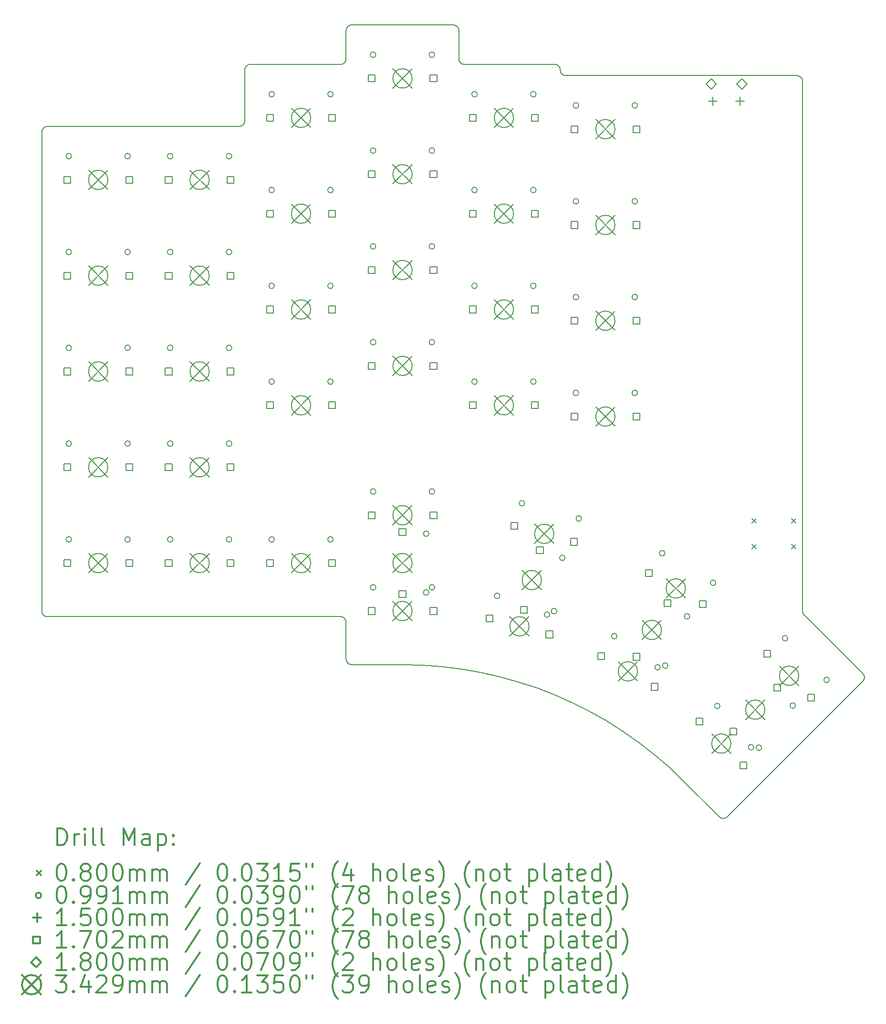
<source format=gbr>
%FSLAX45Y45*%
G04 Gerber Fmt 4.5, Leading zero omitted, Abs format (unit mm)*
G04 Created by KiCad (PCBNEW 5.99.0+really5.1.10+dfsg1-1) date 2021-12-23 16:27:11*
%MOMM*%
%LPD*%
G01*
G04 APERTURE LIST*
%TA.AperFunction,Profile*%
%ADD10C,0.200000*%
%TD*%
%ADD11C,0.200000*%
%ADD12C,0.300000*%
G04 APERTURE END LIST*
D10*
X11449880Y-3195094D02*
X11449520Y-3190199D01*
X11450120Y-3204906D02*
X11449880Y-3195094D01*
X11450480Y-3209801D02*
X11450120Y-3204906D01*
X11451080Y-3214673D02*
X11450480Y-3209801D01*
X11451920Y-3219508D02*
X11451080Y-3214673D01*
X11453000Y-3224297D02*
X11451920Y-3219508D01*
X11454310Y-3229028D02*
X11453000Y-3224297D01*
X11455850Y-3233688D02*
X11454310Y-3229028D01*
X11457610Y-3238268D02*
X11455850Y-3233688D01*
X11459600Y-3242755D02*
X11457610Y-3238268D01*
X11461810Y-3247139D02*
X11459600Y-3242755D01*
X11464230Y-3251410D02*
X11461810Y-3247139D01*
X11466850Y-3255556D02*
X11464230Y-3251410D01*
X11469680Y-3259569D02*
X11466850Y-3255556D01*
X11472700Y-3263438D02*
X11469680Y-3259569D01*
X11475910Y-3267155D02*
X11472700Y-3263438D01*
X11479290Y-3270709D02*
X11475910Y-3267155D01*
X11482840Y-3274094D02*
X11479290Y-3270709D01*
X11486560Y-3277301D02*
X11482840Y-3274094D01*
X11490430Y-3280321D02*
X11486560Y-3277301D01*
X11494440Y-3283147D02*
X11490430Y-3280321D01*
X11498590Y-3285773D02*
X11494440Y-3283147D01*
X11502860Y-3288191D02*
X11498590Y-3285773D01*
X11507240Y-3290398D02*
X11502860Y-3288191D01*
X11511730Y-3292387D02*
X11507240Y-3290398D01*
X11516310Y-3294154D02*
X11511730Y-3292387D01*
X11520970Y-3295694D02*
X11516310Y-3294154D01*
X11525700Y-3297002D02*
X11520970Y-3295694D01*
X11530490Y-3298077D02*
X11525700Y-3297002D01*
X11535330Y-3298917D02*
X11530490Y-3298077D01*
X11540200Y-3299518D02*
X11535330Y-3298917D01*
X11545090Y-3299879D02*
X11540200Y-3299518D01*
X11550000Y-3300000D02*
X11545090Y-3299879D01*
X15650000Y-3300000D02*
X11550000Y-3300000D01*
X15654910Y-3300120D02*
X15650000Y-3300000D01*
X15659800Y-3300482D02*
X15654910Y-3300120D01*
X15664670Y-3301083D02*
X15659800Y-3300482D01*
X15669510Y-3301923D02*
X15664670Y-3301083D01*
X15674300Y-3302998D02*
X15669510Y-3301923D01*
X15679030Y-3304306D02*
X15674300Y-3302998D01*
X15683690Y-3305846D02*
X15679030Y-3304306D01*
X15688270Y-3307613D02*
X15683690Y-3305846D01*
X15692760Y-3309602D02*
X15688270Y-3307613D01*
X15697140Y-3311809D02*
X15692760Y-3309602D01*
X15701410Y-3314227D02*
X15697140Y-3311809D01*
X15705560Y-3316853D02*
X15701410Y-3314227D01*
X15709570Y-3319679D02*
X15705560Y-3316853D01*
X15713440Y-3322699D02*
X15709570Y-3319679D01*
X15717160Y-3325906D02*
X15713440Y-3322699D01*
X15720710Y-3329291D02*
X15717160Y-3325906D01*
X15724090Y-3332844D02*
X15720710Y-3329291D01*
X15727300Y-3336562D02*
X15724090Y-3332844D01*
X15730320Y-3340431D02*
X15727300Y-3336562D01*
X15733150Y-3344444D02*
X15730320Y-3340431D01*
X15735770Y-3348590D02*
X15733150Y-3344444D01*
X15738190Y-3352861D02*
X15735770Y-3348590D01*
X15740400Y-3357245D02*
X15738190Y-3352861D01*
X15742390Y-3361732D02*
X15740400Y-3357245D01*
X15744150Y-3366312D02*
X15742390Y-3361732D01*
X15745690Y-3370972D02*
X15744150Y-3366312D01*
X15747000Y-3375703D02*
X15745690Y-3370972D01*
X15748080Y-3380492D02*
X15747000Y-3375703D01*
X15748920Y-3385327D02*
X15748080Y-3380492D01*
X15749520Y-3390199D02*
X15748920Y-3385327D01*
X15749880Y-3395094D02*
X15749520Y-3390199D01*
X15750000Y-3400000D02*
X15749880Y-3395094D01*
X15750000Y-12800000D02*
X15750000Y-3400000D01*
X15750120Y-12804910D02*
X15750000Y-12800000D01*
X15750480Y-12809800D02*
X15750120Y-12804910D01*
X15751080Y-12814670D02*
X15750480Y-12809800D01*
X15751920Y-12819510D02*
X15751080Y-12814670D01*
X15753000Y-12824300D02*
X15751920Y-12819510D01*
X15754310Y-12829030D02*
X15753000Y-12824300D01*
X15755850Y-12833690D02*
X15754310Y-12829030D01*
X15757610Y-12838270D02*
X15755850Y-12833690D01*
X15759600Y-12842760D02*
X15757610Y-12838270D01*
X15761810Y-12847140D02*
X15759600Y-12842760D01*
X15764230Y-12851410D02*
X15761810Y-12847140D01*
X15766730Y-12855360D02*
X15764230Y-12851410D01*
X16817080Y-13905700D02*
X15766730Y-12855360D01*
X16820470Y-13909300D02*
X16817080Y-13905700D01*
X16823670Y-13913000D02*
X16820470Y-13909300D01*
X16826690Y-13916900D02*
X16823670Y-13913000D01*
X16829520Y-13920900D02*
X16826690Y-13916900D01*
X16832140Y-13925000D02*
X16829520Y-13920900D01*
X16834560Y-13929300D02*
X16832140Y-13925000D01*
X16836770Y-13933700D02*
X16834560Y-13929300D01*
X16838760Y-13938200D02*
X16836770Y-13933700D01*
X16840530Y-13942700D02*
X16838760Y-13938200D01*
X16842070Y-13947400D02*
X16840530Y-13942700D01*
X16843370Y-13952100D02*
X16842070Y-13947400D01*
X16844450Y-13956900D02*
X16843370Y-13952100D01*
X16845290Y-13961700D02*
X16844450Y-13956900D01*
X16845890Y-13966600D02*
X16845290Y-13961700D01*
X16846250Y-13971500D02*
X16845890Y-13966600D01*
X16846370Y-13976400D02*
X16846250Y-13971500D01*
X16846250Y-13981300D02*
X16846370Y-13976400D01*
X16845890Y-13986200D02*
X16846250Y-13981300D01*
X16845290Y-13991100D02*
X16845890Y-13986200D01*
X16844450Y-13995900D02*
X16845290Y-13991100D01*
X16843370Y-14000700D02*
X16844450Y-13995900D01*
X16842070Y-14005400D02*
X16843370Y-14000700D01*
X16840530Y-14010100D02*
X16842070Y-14005400D01*
X16838760Y-14014700D02*
X16840530Y-14010100D01*
X16836770Y-14019200D02*
X16838760Y-14014700D01*
X16834560Y-14023600D02*
X16836770Y-14019200D01*
X16832140Y-14027800D02*
X16834560Y-14023600D01*
X16829520Y-14032000D02*
X16832140Y-14027800D01*
X16826690Y-14036000D02*
X16829520Y-14032000D01*
X16823670Y-14039900D02*
X16826690Y-14036000D01*
X16820470Y-14043600D02*
X16823670Y-14039900D01*
X16817080Y-14047100D02*
X16820470Y-14043600D01*
X14412920Y-16451300D02*
X16817080Y-14047100D01*
X14409360Y-16454700D02*
X14412920Y-16451300D01*
X14405650Y-16457900D02*
X14409360Y-16454700D01*
X14401780Y-16460900D02*
X14405650Y-16457900D01*
X14397760Y-16463700D02*
X14401780Y-16460900D01*
X14393620Y-16466400D02*
X14397760Y-16463700D01*
X14389350Y-16468800D02*
X14393620Y-16466400D01*
X14384960Y-16471000D02*
X14389350Y-16468800D01*
X14380480Y-16473000D02*
X14384960Y-16471000D01*
X14375900Y-16474700D02*
X14380480Y-16473000D01*
X14371240Y-16476300D02*
X14375900Y-16474700D01*
X14366510Y-16477600D02*
X14371240Y-16476300D01*
X14361720Y-16478700D02*
X14366510Y-16477600D01*
X14356880Y-16479500D02*
X14361720Y-16478700D01*
X14352010Y-16480100D02*
X14356880Y-16479500D01*
X14347110Y-16480500D02*
X14352010Y-16480100D01*
X14342210Y-16480600D02*
X14347110Y-16480500D01*
X14337300Y-16480500D02*
X14342210Y-16480600D01*
X14332410Y-16480100D02*
X14337300Y-16480500D01*
X14327540Y-16479500D02*
X14332410Y-16480100D01*
X14322700Y-16478700D02*
X14327540Y-16479500D01*
X14317910Y-16477600D02*
X14322700Y-16478700D01*
X14313180Y-16476300D02*
X14317910Y-16477600D01*
X14308520Y-16474700D02*
X14313180Y-16476300D01*
X14303940Y-16473000D02*
X14308520Y-16474700D01*
X14299450Y-16471000D02*
X14303940Y-16473000D01*
X14295070Y-16468800D02*
X14299450Y-16471000D01*
X14290800Y-16466400D02*
X14295070Y-16468800D01*
X14286650Y-16463700D02*
X14290800Y-16466400D01*
X14282640Y-16460900D02*
X14286650Y-16463700D01*
X14278770Y-16457900D02*
X14282640Y-16460900D01*
X14275050Y-16454700D02*
X14278770Y-16457900D01*
X14271500Y-16451300D02*
X14275050Y-16454700D01*
X13635124Y-15814900D02*
X14271500Y-16451300D01*
X13384503Y-15576300D02*
X13635124Y-15814900D01*
X13122473Y-15350300D02*
X13384503Y-15576300D01*
X12849681Y-15137400D02*
X13122473Y-15350300D01*
X12566776Y-14938100D02*
X12849681Y-15137400D01*
X12274423Y-14753000D02*
X12566776Y-14938100D01*
X11973330Y-14582400D02*
X12274423Y-14753000D01*
X11664270Y-14426900D02*
X11973330Y-14582400D01*
X11347930Y-14286700D02*
X11664270Y-14426900D01*
X11025070Y-14162100D02*
X11347930Y-14286700D01*
X10696510Y-14053600D02*
X11025070Y-14162100D01*
X10362990Y-13961300D02*
X10696510Y-14053600D01*
X10025390Y-13885500D02*
X10362990Y-13961300D01*
X9684460Y-13826300D02*
X10025390Y-13885500D01*
X9341030Y-13783900D02*
X9684460Y-13826300D01*
X8995930Y-13758500D02*
X9341030Y-13783900D01*
X8650000Y-13750000D02*
X8995930Y-13758500D01*
X7750000Y-13750000D02*
X8650000Y-13750000D01*
X7745090Y-13749900D02*
X7750000Y-13750000D01*
X7740200Y-13749500D02*
X7745090Y-13749900D01*
X7735330Y-13748900D02*
X7740200Y-13749500D01*
X7730490Y-13748100D02*
X7735330Y-13748900D01*
X7725700Y-13747000D02*
X7730490Y-13748100D01*
X7720970Y-13745700D02*
X7725700Y-13747000D01*
X7716310Y-13744200D02*
X7720970Y-13745700D01*
X7711730Y-13742400D02*
X7716310Y-13744200D01*
X7707240Y-13740400D02*
X7711730Y-13742400D01*
X7702860Y-13738200D02*
X7707240Y-13740400D01*
X7698590Y-13735800D02*
X7702860Y-13738200D01*
X7694440Y-13733100D02*
X7698590Y-13735800D01*
X7690430Y-13730300D02*
X7694440Y-13733100D01*
X7686560Y-13727300D02*
X7690430Y-13730300D01*
X7682840Y-13724100D02*
X7686560Y-13727300D01*
X7679290Y-13720700D02*
X7682840Y-13724100D01*
X7675910Y-13717200D02*
X7679290Y-13720700D01*
X7672700Y-13713400D02*
X7675910Y-13717200D01*
X7669680Y-13709600D02*
X7672700Y-13713400D01*
X7666850Y-13705600D02*
X7669680Y-13709600D01*
X7664230Y-13701400D02*
X7666850Y-13705600D01*
X7661810Y-13697100D02*
X7664230Y-13701400D01*
X7659600Y-13692800D02*
X7661810Y-13697100D01*
X7657610Y-13688300D02*
X7659600Y-13692800D01*
X7655850Y-13683700D02*
X7657610Y-13688300D01*
X7654310Y-13679000D02*
X7655850Y-13683700D01*
X7653000Y-13674300D02*
X7654310Y-13679000D01*
X7651920Y-13669500D02*
X7653000Y-13674300D01*
X7651080Y-13664700D02*
X7651920Y-13669500D01*
X7650480Y-13659800D02*
X7651080Y-13664700D01*
X7650120Y-13654900D02*
X7650480Y-13659800D01*
X7650000Y-13650000D02*
X7650120Y-13654900D01*
X7650000Y-13000000D02*
X7650000Y-13650000D01*
X7649880Y-12995090D02*
X7650000Y-13000000D01*
X7649520Y-12990200D02*
X7649880Y-12995090D01*
X7648920Y-12985330D02*
X7649520Y-12990200D01*
X7648080Y-12980490D02*
X7648920Y-12985330D01*
X7647000Y-12975700D02*
X7648080Y-12980490D01*
X7645690Y-12970970D02*
X7647000Y-12975700D01*
X7644150Y-12966310D02*
X7645690Y-12970970D01*
X7642390Y-12961730D02*
X7644150Y-12966310D01*
X7640400Y-12957240D02*
X7642390Y-12961730D01*
X7638190Y-12952860D02*
X7640400Y-12957240D01*
X7635770Y-12948590D02*
X7638190Y-12952860D01*
X7633150Y-12944440D02*
X7635770Y-12948590D01*
X7630320Y-12940430D02*
X7633150Y-12944440D01*
X7627300Y-12936560D02*
X7630320Y-12940430D01*
X7624090Y-12932840D02*
X7627300Y-12936560D01*
X7620710Y-12929290D02*
X7624090Y-12932840D01*
X7617160Y-12925910D02*
X7620710Y-12929290D01*
X7613440Y-12922700D02*
X7617160Y-12925910D01*
X7609570Y-12919680D02*
X7613440Y-12922700D01*
X7605560Y-12916850D02*
X7609570Y-12919680D01*
X7601410Y-12914230D02*
X7605560Y-12916850D01*
X7597140Y-12911810D02*
X7601410Y-12914230D01*
X7592760Y-12909600D02*
X7597140Y-12911810D01*
X7588270Y-12907610D02*
X7592760Y-12909600D01*
X7583690Y-12905850D02*
X7588270Y-12907610D01*
X7579030Y-12904310D02*
X7583690Y-12905850D01*
X7574300Y-12903000D02*
X7579030Y-12904310D01*
X7569510Y-12901920D02*
X7574300Y-12903000D01*
X7564670Y-12901080D02*
X7569510Y-12901920D01*
X7559800Y-12900480D02*
X7564670Y-12901080D01*
X7554910Y-12900120D02*
X7559800Y-12900480D01*
X7550000Y-12900000D02*
X7554910Y-12900120D01*
X2350000Y-12900000D02*
X7550000Y-12900000D01*
X2345100Y-12899880D02*
X2350000Y-12900000D01*
X2340200Y-12899520D02*
X2345100Y-12899880D01*
X2335300Y-12898920D02*
X2340200Y-12899520D01*
X2330500Y-12898080D02*
X2335300Y-12898920D01*
X2325700Y-12897000D02*
X2330500Y-12898080D01*
X2321000Y-12895690D02*
X2325700Y-12897000D01*
X2316300Y-12894150D02*
X2321000Y-12895690D01*
X2311700Y-12892390D02*
X2316300Y-12894150D01*
X2307200Y-12890400D02*
X2311700Y-12892390D01*
X2302900Y-12888190D02*
X2307200Y-12890400D01*
X2298600Y-12885770D02*
X2302900Y-12888190D01*
X2294400Y-12883150D02*
X2298600Y-12885770D01*
X2290400Y-12880320D02*
X2294400Y-12883150D01*
X2286600Y-12877300D02*
X2290400Y-12880320D01*
X2282800Y-12874090D02*
X2286600Y-12877300D01*
X2279300Y-12870710D02*
X2282800Y-12874090D01*
X2275900Y-12867160D02*
X2279300Y-12870710D01*
X2272700Y-12863440D02*
X2275900Y-12867160D01*
X2269700Y-12859570D02*
X2272700Y-12863440D01*
X2266900Y-12855560D02*
X2269700Y-12859570D01*
X2264200Y-12851410D02*
X2266900Y-12855560D01*
X2261800Y-12847140D02*
X2264200Y-12851410D01*
X2259600Y-12842760D02*
X2261800Y-12847140D01*
X2257600Y-12838270D02*
X2259600Y-12842760D01*
X2255800Y-12833690D02*
X2257600Y-12838270D01*
X2254300Y-12829030D02*
X2255800Y-12833690D01*
X2253000Y-12824300D02*
X2254300Y-12829030D01*
X2251900Y-12819510D02*
X2253000Y-12824300D01*
X2251100Y-12814670D02*
X2251900Y-12819510D01*
X2250500Y-12809800D02*
X2251100Y-12814670D01*
X2250100Y-12804910D02*
X2250500Y-12809800D01*
X2250000Y-12800000D02*
X2250100Y-12804910D01*
X2250000Y-4300000D02*
X2250000Y-12800000D01*
X2250100Y-4295094D02*
X2250000Y-4300000D01*
X2250500Y-4290199D02*
X2250100Y-4295094D01*
X2251100Y-4285327D02*
X2250500Y-4290199D01*
X2251900Y-4280492D02*
X2251100Y-4285327D01*
X2253000Y-4275703D02*
X2251900Y-4280492D01*
X2254300Y-4270972D02*
X2253000Y-4275703D01*
X2255800Y-4266312D02*
X2254300Y-4270972D01*
X2257600Y-4261732D02*
X2255800Y-4266312D01*
X2259600Y-4257245D02*
X2257600Y-4261732D01*
X2261800Y-4252861D02*
X2259600Y-4257245D01*
X2264200Y-4248590D02*
X2261800Y-4252861D01*
X2266900Y-4244444D02*
X2264200Y-4248590D01*
X2269700Y-4240431D02*
X2266900Y-4244444D01*
X2272700Y-4236562D02*
X2269700Y-4240431D01*
X2275900Y-4232845D02*
X2272700Y-4236562D01*
X2279300Y-4229291D02*
X2275900Y-4232845D01*
X2282800Y-4225906D02*
X2279300Y-4229291D01*
X2286600Y-4222699D02*
X2282800Y-4225906D01*
X2290400Y-4219679D02*
X2286600Y-4222699D01*
X2294400Y-4216853D02*
X2290400Y-4219679D01*
X2298600Y-4214227D02*
X2294400Y-4216853D01*
X2302900Y-4211809D02*
X2298600Y-4214227D01*
X2307200Y-4209602D02*
X2302900Y-4211809D01*
X2311700Y-4207613D02*
X2307200Y-4209602D01*
X2316300Y-4205846D02*
X2311700Y-4207613D01*
X2321000Y-4204306D02*
X2316300Y-4205846D01*
X2325700Y-4202998D02*
X2321000Y-4204306D01*
X2330500Y-4201923D02*
X2325700Y-4202998D01*
X2335300Y-4201083D02*
X2330500Y-4201923D01*
X2340200Y-4200482D02*
X2335300Y-4201083D01*
X2345100Y-4200121D02*
X2340200Y-4200482D01*
X2350000Y-4200000D02*
X2345100Y-4200121D01*
X5750000Y-4200000D02*
X2350000Y-4200000D01*
X5754910Y-4199879D02*
X5750000Y-4200000D01*
X5759800Y-4199518D02*
X5754910Y-4199879D01*
X5764670Y-4198917D02*
X5759800Y-4199518D01*
X5769510Y-4198077D02*
X5764670Y-4198917D01*
X5774300Y-4197002D02*
X5769510Y-4198077D01*
X5779030Y-4195694D02*
X5774300Y-4197002D01*
X5783690Y-4194154D02*
X5779030Y-4195694D01*
X5788270Y-4192387D02*
X5783690Y-4194154D01*
X5792760Y-4190398D02*
X5788270Y-4192387D01*
X5797140Y-4188191D02*
X5792760Y-4190398D01*
X5801410Y-4185773D02*
X5797140Y-4188191D01*
X5805560Y-4183147D02*
X5801410Y-4185773D01*
X5809570Y-4180321D02*
X5805560Y-4183147D01*
X5813440Y-4177301D02*
X5809570Y-4180321D01*
X5817160Y-4174094D02*
X5813440Y-4177301D01*
X5820710Y-4170709D02*
X5817160Y-4174094D01*
X5824090Y-4167155D02*
X5820710Y-4170709D01*
X5827300Y-4163438D02*
X5824090Y-4167155D01*
X5830320Y-4159569D02*
X5827300Y-4163438D01*
X5833150Y-4155556D02*
X5830320Y-4159569D01*
X5835770Y-4151410D02*
X5833150Y-4155556D01*
X5838190Y-4147139D02*
X5835770Y-4151410D01*
X5840400Y-4142755D02*
X5838190Y-4147139D01*
X5842390Y-4138268D02*
X5840400Y-4142755D01*
X5844150Y-4133688D02*
X5842390Y-4138268D01*
X5845690Y-4129028D02*
X5844150Y-4133688D01*
X5847000Y-4124297D02*
X5845690Y-4129028D01*
X5848080Y-4119508D02*
X5847000Y-4124297D01*
X5848920Y-4114673D02*
X5848080Y-4119508D01*
X5849520Y-4109801D02*
X5848920Y-4114673D01*
X5849880Y-4104906D02*
X5849520Y-4109801D01*
X5850000Y-4100000D02*
X5849880Y-4104906D01*
X5850000Y-3200000D02*
X5850000Y-4100000D01*
X5850120Y-3195094D02*
X5850000Y-3200000D01*
X5850480Y-3190199D02*
X5850120Y-3195094D01*
X5851080Y-3185327D02*
X5850480Y-3190199D01*
X5851920Y-3180492D02*
X5851080Y-3185327D01*
X5853000Y-3175703D02*
X5851920Y-3180492D01*
X5854310Y-3170972D02*
X5853000Y-3175703D01*
X5855850Y-3166312D02*
X5854310Y-3170972D01*
X5857610Y-3161732D02*
X5855850Y-3166312D01*
X5859600Y-3157245D02*
X5857610Y-3161732D01*
X5861810Y-3152861D02*
X5859600Y-3157245D01*
X5864230Y-3148590D02*
X5861810Y-3152861D01*
X5866850Y-3144444D02*
X5864230Y-3148590D01*
X5869680Y-3140431D02*
X5866850Y-3144444D01*
X5872700Y-3136562D02*
X5869680Y-3140431D01*
X5875910Y-3132845D02*
X5872700Y-3136562D01*
X5879290Y-3129291D02*
X5875910Y-3132845D01*
X5882840Y-3125906D02*
X5879290Y-3129291D01*
X5886560Y-3122699D02*
X5882840Y-3125906D01*
X5890430Y-3119679D02*
X5886560Y-3122699D01*
X5894440Y-3116853D02*
X5890430Y-3119679D01*
X5898590Y-3114227D02*
X5894440Y-3116853D01*
X5902860Y-3111809D02*
X5898590Y-3114227D01*
X5907240Y-3109602D02*
X5902860Y-3111809D01*
X5911730Y-3107613D02*
X5907240Y-3109602D01*
X5916310Y-3105846D02*
X5911730Y-3107613D01*
X5920970Y-3104306D02*
X5916310Y-3105846D01*
X5925700Y-3102998D02*
X5920970Y-3104306D01*
X5930490Y-3101923D02*
X5925700Y-3102998D01*
X5935330Y-3101083D02*
X5930490Y-3101923D01*
X5940200Y-3100482D02*
X5935330Y-3101083D01*
X5945090Y-3100121D02*
X5940200Y-3100482D01*
X5950000Y-3100000D02*
X5945090Y-3100121D01*
X7550000Y-3100000D02*
X5950000Y-3100000D01*
X7554910Y-3099879D02*
X7550000Y-3100000D01*
X7559800Y-3099518D02*
X7554910Y-3099879D01*
X7564670Y-3098917D02*
X7559800Y-3099518D01*
X7569510Y-3098077D02*
X7564670Y-3098917D01*
X7574300Y-3097002D02*
X7569510Y-3098077D01*
X7579030Y-3095694D02*
X7574300Y-3097002D01*
X7583690Y-3094154D02*
X7579030Y-3095694D01*
X7588270Y-3092387D02*
X7583690Y-3094154D01*
X7592760Y-3090398D02*
X7588270Y-3092387D01*
X7597140Y-3088191D02*
X7592760Y-3090398D01*
X7601410Y-3085773D02*
X7597140Y-3088191D01*
X7605560Y-3083147D02*
X7601410Y-3085773D01*
X7609570Y-3080321D02*
X7605560Y-3083147D01*
X7613440Y-3077301D02*
X7609570Y-3080321D01*
X7617160Y-3074094D02*
X7613440Y-3077301D01*
X7620710Y-3070709D02*
X7617160Y-3074094D01*
X7624090Y-3067155D02*
X7620710Y-3070709D01*
X7627300Y-3063438D02*
X7624090Y-3067155D01*
X7630320Y-3059569D02*
X7627300Y-3063438D01*
X7633150Y-3055556D02*
X7630320Y-3059569D01*
X7635770Y-3051410D02*
X7633150Y-3055556D01*
X7638190Y-3047139D02*
X7635770Y-3051410D01*
X7640400Y-3042755D02*
X7638190Y-3047139D01*
X7642390Y-3038268D02*
X7640400Y-3042755D01*
X7644150Y-3033688D02*
X7642390Y-3038268D01*
X7645690Y-3029028D02*
X7644150Y-3033688D01*
X7647000Y-3024297D02*
X7645690Y-3029028D01*
X7648080Y-3019508D02*
X7647000Y-3024297D01*
X7648920Y-3014673D02*
X7648080Y-3019508D01*
X7649520Y-3009801D02*
X7648920Y-3014673D01*
X7649880Y-3004906D02*
X7649520Y-3009801D01*
X7650000Y-3000000D02*
X7649880Y-3004906D01*
X7650000Y-2500000D02*
X7650000Y-3000000D01*
X7650120Y-2495094D02*
X7650000Y-2500000D01*
X7650480Y-2490199D02*
X7650120Y-2495094D01*
X7651080Y-2485327D02*
X7650480Y-2490199D01*
X7651920Y-2480492D02*
X7651080Y-2485327D01*
X7653000Y-2475703D02*
X7651920Y-2480492D01*
X7654310Y-2470972D02*
X7653000Y-2475703D01*
X7655850Y-2466312D02*
X7654310Y-2470972D01*
X7657610Y-2461732D02*
X7655850Y-2466312D01*
X7659600Y-2457245D02*
X7657610Y-2461732D01*
X7661810Y-2452861D02*
X7659600Y-2457245D01*
X7664230Y-2448590D02*
X7661810Y-2452861D01*
X7666850Y-2444444D02*
X7664230Y-2448590D01*
X7669680Y-2440431D02*
X7666850Y-2444444D01*
X7672700Y-2436562D02*
X7669680Y-2440431D01*
X7675910Y-2432845D02*
X7672700Y-2436562D01*
X7679290Y-2429291D02*
X7675910Y-2432845D01*
X7682840Y-2425906D02*
X7679290Y-2429291D01*
X7686560Y-2422699D02*
X7682840Y-2425906D01*
X7690430Y-2419679D02*
X7686560Y-2422699D01*
X7694440Y-2416853D02*
X7690430Y-2419679D01*
X7698590Y-2414227D02*
X7694440Y-2416853D01*
X7702860Y-2411809D02*
X7698590Y-2414227D01*
X7707240Y-2409602D02*
X7702860Y-2411809D01*
X7711730Y-2407613D02*
X7707240Y-2409602D01*
X7716310Y-2405846D02*
X7711730Y-2407613D01*
X7720970Y-2404306D02*
X7716310Y-2405846D01*
X7725700Y-2402998D02*
X7720970Y-2404306D01*
X7730490Y-2401923D02*
X7725700Y-2402998D01*
X7735330Y-2401083D02*
X7730490Y-2401923D01*
X7740200Y-2400482D02*
X7735330Y-2401083D01*
X7745090Y-2400121D02*
X7740200Y-2400482D01*
X7750000Y-2400000D02*
X7745090Y-2400121D01*
X9550000Y-2400000D02*
X7750000Y-2400000D01*
X9554910Y-2400121D02*
X9550000Y-2400000D01*
X9559800Y-2400482D02*
X9554910Y-2400121D01*
X9564670Y-2401083D02*
X9559800Y-2400482D01*
X9569510Y-2401923D02*
X9564670Y-2401083D01*
X9574300Y-2402998D02*
X9569510Y-2401923D01*
X9579030Y-2404306D02*
X9574300Y-2402998D01*
X9583690Y-2405846D02*
X9579030Y-2404306D01*
X9588270Y-2407613D02*
X9583690Y-2405846D01*
X9592760Y-2409602D02*
X9588270Y-2407613D01*
X9597140Y-2411809D02*
X9592760Y-2409602D01*
X9601410Y-2414227D02*
X9597140Y-2411809D01*
X9605560Y-2416853D02*
X9601410Y-2414227D01*
X9609570Y-2419679D02*
X9605560Y-2416853D01*
X9613440Y-2422699D02*
X9609570Y-2419679D01*
X9617160Y-2425906D02*
X9613440Y-2422699D01*
X9620710Y-2429291D02*
X9617160Y-2425906D01*
X9624090Y-2432845D02*
X9620710Y-2429291D01*
X9627300Y-2436562D02*
X9624090Y-2432845D01*
X9630320Y-2440431D02*
X9627300Y-2436562D01*
X9633150Y-2444444D02*
X9630320Y-2440431D01*
X9635770Y-2448590D02*
X9633150Y-2444444D01*
X9638190Y-2452861D02*
X9635770Y-2448590D01*
X9640400Y-2457245D02*
X9638190Y-2452861D01*
X9642390Y-2461732D02*
X9640400Y-2457245D01*
X9644150Y-2466312D02*
X9642390Y-2461732D01*
X9645690Y-2470972D02*
X9644150Y-2466312D01*
X9647000Y-2475703D02*
X9645690Y-2470972D01*
X9648080Y-2480492D02*
X9647000Y-2475703D01*
X9648920Y-2485327D02*
X9648080Y-2480492D01*
X9649520Y-2490199D02*
X9648920Y-2485327D01*
X9649880Y-2495094D02*
X9649520Y-2490199D01*
X9650000Y-2500000D02*
X9649880Y-2495094D01*
X9650000Y-3000000D02*
X9650000Y-2500000D01*
X9650120Y-3004906D02*
X9650000Y-3000000D01*
X9650480Y-3009801D02*
X9650120Y-3004906D01*
X9651080Y-3014673D02*
X9650480Y-3009801D01*
X9651920Y-3019508D02*
X9651080Y-3014673D01*
X9653000Y-3024297D02*
X9651920Y-3019508D01*
X9654310Y-3029028D02*
X9653000Y-3024297D01*
X9655850Y-3033688D02*
X9654310Y-3029028D01*
X9657610Y-3038268D02*
X9655850Y-3033688D01*
X9659600Y-3042755D02*
X9657610Y-3038268D01*
X9661810Y-3047139D02*
X9659600Y-3042755D01*
X9664230Y-3051410D02*
X9661810Y-3047139D01*
X9666850Y-3055556D02*
X9664230Y-3051410D01*
X9669680Y-3059569D02*
X9666850Y-3055556D01*
X9672700Y-3063438D02*
X9669680Y-3059569D01*
X9675910Y-3067155D02*
X9672700Y-3063438D01*
X9679290Y-3070709D02*
X9675910Y-3067155D01*
X9682840Y-3074094D02*
X9679290Y-3070709D01*
X9686560Y-3077301D02*
X9682840Y-3074094D01*
X9690430Y-3080321D02*
X9686560Y-3077301D01*
X9694440Y-3083147D02*
X9690430Y-3080321D01*
X9698590Y-3085773D02*
X9694440Y-3083147D01*
X9702860Y-3088191D02*
X9698590Y-3085773D01*
X9707240Y-3090398D02*
X9702860Y-3088191D01*
X9711730Y-3092387D02*
X9707240Y-3090398D01*
X9716310Y-3094154D02*
X9711730Y-3092387D01*
X9720970Y-3095694D02*
X9716310Y-3094154D01*
X9725700Y-3097002D02*
X9720970Y-3095694D01*
X9730490Y-3098077D02*
X9725700Y-3097002D01*
X9735330Y-3098917D02*
X9730490Y-3098077D01*
X9740200Y-3099518D02*
X9735330Y-3098917D01*
X9745090Y-3099879D02*
X9740200Y-3099518D01*
X9750000Y-3100000D02*
X9745090Y-3099879D01*
X11350000Y-3100000D02*
X9750000Y-3100000D01*
X11354910Y-3100121D02*
X11350000Y-3100000D01*
X11359800Y-3100482D02*
X11354910Y-3100121D01*
X11364670Y-3101083D02*
X11359800Y-3100482D01*
X11369510Y-3101923D02*
X11364670Y-3101083D01*
X11374300Y-3102998D02*
X11369510Y-3101923D01*
X11379030Y-3104306D02*
X11374300Y-3102998D01*
X11383690Y-3105846D02*
X11379030Y-3104306D01*
X11388270Y-3107613D02*
X11383690Y-3105846D01*
X11392760Y-3109602D02*
X11388270Y-3107613D01*
X11397140Y-3111809D02*
X11392760Y-3109602D01*
X11401410Y-3114227D02*
X11397140Y-3111809D01*
X11405560Y-3116853D02*
X11401410Y-3114227D01*
X11409570Y-3119679D02*
X11405560Y-3116853D01*
X11413440Y-3122699D02*
X11409570Y-3119679D01*
X11417160Y-3125906D02*
X11413440Y-3122699D01*
X11420710Y-3129291D02*
X11417160Y-3125906D01*
X11424090Y-3132845D02*
X11420710Y-3129291D01*
X11427300Y-3136562D02*
X11424090Y-3132845D01*
X11430320Y-3140431D02*
X11427300Y-3136562D01*
X11433150Y-3144444D02*
X11430320Y-3140431D01*
X11435770Y-3148590D02*
X11433150Y-3144444D01*
X11438190Y-3152861D02*
X11435770Y-3148590D01*
X11440400Y-3157245D02*
X11438190Y-3152861D01*
X11442390Y-3161732D02*
X11440400Y-3157245D01*
X11444150Y-3166312D02*
X11442390Y-3161732D01*
X11445690Y-3170972D02*
X11444150Y-3166312D01*
X11447000Y-3175703D02*
X11445690Y-3170972D01*
X11448080Y-3180492D02*
X11447000Y-3175703D01*
X11448920Y-3185327D02*
X11448080Y-3180492D01*
X11449520Y-3190199D02*
X11448920Y-3185327D01*
D11*
X14850000Y-11160000D02*
X14930000Y-11240000D01*
X14930000Y-11160000D02*
X14850000Y-11240000D01*
X14850400Y-11619050D02*
X14930400Y-11699050D01*
X14930400Y-11619050D02*
X14850400Y-11699050D01*
X15550000Y-11160000D02*
X15630000Y-11240000D01*
X15630000Y-11160000D02*
X15550000Y-11240000D01*
X15550400Y-11619050D02*
X15630400Y-11699050D01*
X15630400Y-11619050D02*
X15550400Y-11699050D01*
X2777530Y-4730000D02*
G75*
G03*
X2777530Y-4730000I-49530J0D01*
G01*
X2777530Y-6430000D02*
G75*
G03*
X2777530Y-6430000I-49530J0D01*
G01*
X2777530Y-8130000D02*
G75*
G03*
X2777530Y-8130000I-49530J0D01*
G01*
X2777530Y-9830000D02*
G75*
G03*
X2777530Y-9830000I-49530J0D01*
G01*
X2777530Y-11530000D02*
G75*
G03*
X2777530Y-11530000I-49530J0D01*
G01*
X3821530Y-4730000D02*
G75*
G03*
X3821530Y-4730000I-49530J0D01*
G01*
X3821530Y-6430000D02*
G75*
G03*
X3821530Y-6430000I-49530J0D01*
G01*
X3821530Y-8130000D02*
G75*
G03*
X3821530Y-8130000I-49530J0D01*
G01*
X3821530Y-9830000D02*
G75*
G03*
X3821530Y-9830000I-49530J0D01*
G01*
X3821530Y-11530000D02*
G75*
G03*
X3821530Y-11530000I-49530J0D01*
G01*
X4577530Y-4730000D02*
G75*
G03*
X4577530Y-4730000I-49530J0D01*
G01*
X4577530Y-6430000D02*
G75*
G03*
X4577530Y-6430000I-49530J0D01*
G01*
X4577530Y-8130000D02*
G75*
G03*
X4577530Y-8130000I-49530J0D01*
G01*
X4577530Y-9830000D02*
G75*
G03*
X4577530Y-9830000I-49530J0D01*
G01*
X4577530Y-11530000D02*
G75*
G03*
X4577530Y-11530000I-49530J0D01*
G01*
X5621530Y-4730000D02*
G75*
G03*
X5621530Y-4730000I-49530J0D01*
G01*
X5621530Y-6430000D02*
G75*
G03*
X5621530Y-6430000I-49530J0D01*
G01*
X5621530Y-8130000D02*
G75*
G03*
X5621530Y-8130000I-49530J0D01*
G01*
X5621530Y-9830000D02*
G75*
G03*
X5621530Y-9830000I-49530J0D01*
G01*
X5621530Y-11530000D02*
G75*
G03*
X5621530Y-11530000I-49530J0D01*
G01*
X6377530Y-3630000D02*
G75*
G03*
X6377530Y-3630000I-49530J0D01*
G01*
X6377530Y-5330000D02*
G75*
G03*
X6377530Y-5330000I-49530J0D01*
G01*
X6377530Y-7030000D02*
G75*
G03*
X6377530Y-7030000I-49530J0D01*
G01*
X6377530Y-8730000D02*
G75*
G03*
X6377530Y-8730000I-49530J0D01*
G01*
X6377530Y-11530000D02*
G75*
G03*
X6377530Y-11530000I-49530J0D01*
G01*
X7421530Y-3630000D02*
G75*
G03*
X7421530Y-3630000I-49530J0D01*
G01*
X7421530Y-5330000D02*
G75*
G03*
X7421530Y-5330000I-49530J0D01*
G01*
X7421530Y-7030000D02*
G75*
G03*
X7421530Y-7030000I-49530J0D01*
G01*
X7421530Y-8730000D02*
G75*
G03*
X7421530Y-8730000I-49530J0D01*
G01*
X7421530Y-11530000D02*
G75*
G03*
X7421530Y-11530000I-49530J0D01*
G01*
X8177530Y-2930000D02*
G75*
G03*
X8177530Y-2930000I-49530J0D01*
G01*
X8177530Y-4630000D02*
G75*
G03*
X8177530Y-4630000I-49530J0D01*
G01*
X8177530Y-6330000D02*
G75*
G03*
X8177530Y-6330000I-49530J0D01*
G01*
X8177530Y-8030000D02*
G75*
G03*
X8177530Y-8030000I-49530J0D01*
G01*
X8177530Y-10680000D02*
G75*
G03*
X8177530Y-10680000I-49530J0D01*
G01*
X8177530Y-12380000D02*
G75*
G03*
X8177530Y-12380000I-49530J0D01*
G01*
X9119530Y-11428000D02*
G75*
G03*
X9119530Y-11428000I-49530J0D01*
G01*
X9119530Y-12472000D02*
G75*
G03*
X9119530Y-12472000I-49530J0D01*
G01*
X9221530Y-2930000D02*
G75*
G03*
X9221530Y-2930000I-49530J0D01*
G01*
X9221530Y-4630000D02*
G75*
G03*
X9221530Y-4630000I-49530J0D01*
G01*
X9221530Y-6330000D02*
G75*
G03*
X9221530Y-6330000I-49530J0D01*
G01*
X9221530Y-8030000D02*
G75*
G03*
X9221530Y-8030000I-49530J0D01*
G01*
X9221530Y-10680000D02*
G75*
G03*
X9221530Y-10680000I-49530J0D01*
G01*
X9221530Y-12380000D02*
G75*
G03*
X9221530Y-12380000I-49530J0D01*
G01*
X9977530Y-3630000D02*
G75*
G03*
X9977530Y-3630000I-49530J0D01*
G01*
X9977530Y-5330000D02*
G75*
G03*
X9977530Y-5330000I-49530J0D01*
G01*
X9977530Y-7030000D02*
G75*
G03*
X9977530Y-7030000I-49530J0D01*
G01*
X9977530Y-8730000D02*
G75*
G03*
X9977530Y-8730000I-49530J0D01*
G01*
X10379028Y-12531281D02*
G75*
G03*
X10379028Y-12531281I-49530J0D01*
G01*
X10819021Y-10889208D02*
G75*
G03*
X10819021Y-10889208I-49530J0D01*
G01*
X11021530Y-3630000D02*
G75*
G03*
X11021530Y-3630000I-49530J0D01*
G01*
X11021530Y-5330000D02*
G75*
G03*
X11021530Y-5330000I-49530J0D01*
G01*
X11021530Y-7030000D02*
G75*
G03*
X11021530Y-7030000I-49530J0D01*
G01*
X11021530Y-8730000D02*
G75*
G03*
X11021530Y-8730000I-49530J0D01*
G01*
X11265119Y-12863954D02*
G75*
G03*
X11265119Y-12863954I-49530J0D01*
G01*
X11387455Y-12801489D02*
G75*
G03*
X11387455Y-12801489I-49530J0D01*
G01*
X11535326Y-11855528D02*
G75*
G03*
X11535326Y-11855528I-49530J0D01*
G01*
X11777530Y-3830000D02*
G75*
G03*
X11777530Y-3830000I-49530J0D01*
G01*
X11777530Y-5530000D02*
G75*
G03*
X11777530Y-5530000I-49530J0D01*
G01*
X11777530Y-7230000D02*
G75*
G03*
X11777530Y-7230000I-49530J0D01*
G01*
X11777530Y-8930000D02*
G75*
G03*
X11777530Y-8930000I-49530J0D01*
G01*
X11827447Y-11159415D02*
G75*
G03*
X11827447Y-11159415I-49530J0D01*
G01*
X12457465Y-13247512D02*
G75*
G03*
X12457465Y-13247512I-49530J0D01*
G01*
X12821530Y-3830000D02*
G75*
G03*
X12821530Y-3830000I-49530J0D01*
G01*
X12821530Y-5530000D02*
G75*
G03*
X12821530Y-5530000I-49530J0D01*
G01*
X12821530Y-7230000D02*
G75*
G03*
X12821530Y-7230000I-49530J0D01*
G01*
X12821530Y-8930000D02*
G75*
G03*
X12821530Y-8930000I-49530J0D01*
G01*
X13227261Y-13798187D02*
G75*
G03*
X13227261Y-13798187I-49530J0D01*
G01*
X13307465Y-11775269D02*
G75*
G03*
X13307465Y-11775269I-49530J0D01*
G01*
X13361595Y-13769512D02*
G75*
G03*
X13361595Y-13769512I-49530J0D01*
G01*
X13749261Y-12894056D02*
G75*
G03*
X13749261Y-12894056I-49530J0D01*
G01*
X14211595Y-12297269D02*
G75*
G03*
X14211595Y-12297269I-49530J0D01*
G01*
X14285324Y-14485987D02*
G75*
G03*
X14285324Y-14485987I-49530J0D01*
G01*
X14886364Y-15217135D02*
G75*
G03*
X14886364Y-15217135I-49530J0D01*
G01*
X15023543Y-15224206D02*
G75*
G03*
X15023543Y-15224206I-49530J0D01*
G01*
X15487405Y-13283905D02*
G75*
G03*
X15487405Y-13283905I-49530J0D01*
G01*
X15624584Y-14478916D02*
G75*
G03*
X15624584Y-14478916I-49530J0D01*
G01*
X16225625Y-14022125D02*
G75*
G03*
X16225625Y-14022125I-49530J0D01*
G01*
X14157500Y-3678000D02*
X14157500Y-3828000D01*
X14082500Y-3753000D02*
X14232500Y-3753000D01*
X14642500Y-3678000D02*
X14642500Y-3828000D01*
X14567500Y-3753000D02*
X14717500Y-3753000D01*
X2760168Y-5210168D02*
X2760168Y-5089832D01*
X2639832Y-5089832D01*
X2639832Y-5210168D01*
X2760168Y-5210168D01*
X2760168Y-6910168D02*
X2760168Y-6789832D01*
X2639832Y-6789832D01*
X2639832Y-6910168D01*
X2760168Y-6910168D01*
X2760168Y-8610168D02*
X2760168Y-8489832D01*
X2639832Y-8489832D01*
X2639832Y-8610168D01*
X2760168Y-8610168D01*
X2760168Y-10310168D02*
X2760168Y-10189832D01*
X2639832Y-10189832D01*
X2639832Y-10310168D01*
X2760168Y-10310168D01*
X2760168Y-12010168D02*
X2760168Y-11889832D01*
X2639832Y-11889832D01*
X2639832Y-12010168D01*
X2760168Y-12010168D01*
X3860168Y-5210168D02*
X3860168Y-5089832D01*
X3739832Y-5089832D01*
X3739832Y-5210168D01*
X3860168Y-5210168D01*
X3860168Y-6910168D02*
X3860168Y-6789832D01*
X3739832Y-6789832D01*
X3739832Y-6910168D01*
X3860168Y-6910168D01*
X3860168Y-8610168D02*
X3860168Y-8489832D01*
X3739832Y-8489832D01*
X3739832Y-8610168D01*
X3860168Y-8610168D01*
X3860168Y-10310168D02*
X3860168Y-10189832D01*
X3739832Y-10189832D01*
X3739832Y-10310168D01*
X3860168Y-10310168D01*
X3860168Y-12010168D02*
X3860168Y-11889832D01*
X3739832Y-11889832D01*
X3739832Y-12010168D01*
X3860168Y-12010168D01*
X4560168Y-5210168D02*
X4560168Y-5089832D01*
X4439832Y-5089832D01*
X4439832Y-5210168D01*
X4560168Y-5210168D01*
X4560168Y-6910168D02*
X4560168Y-6789832D01*
X4439832Y-6789832D01*
X4439832Y-6910168D01*
X4560168Y-6910168D01*
X4560168Y-8610168D02*
X4560168Y-8489832D01*
X4439832Y-8489832D01*
X4439832Y-8610168D01*
X4560168Y-8610168D01*
X4560168Y-10310168D02*
X4560168Y-10189832D01*
X4439832Y-10189832D01*
X4439832Y-10310168D01*
X4560168Y-10310168D01*
X4560168Y-12010168D02*
X4560168Y-11889832D01*
X4439832Y-11889832D01*
X4439832Y-12010168D01*
X4560168Y-12010168D01*
X5660168Y-5210168D02*
X5660168Y-5089832D01*
X5539832Y-5089832D01*
X5539832Y-5210168D01*
X5660168Y-5210168D01*
X5660168Y-6910168D02*
X5660168Y-6789832D01*
X5539832Y-6789832D01*
X5539832Y-6910168D01*
X5660168Y-6910168D01*
X5660168Y-8610168D02*
X5660168Y-8489832D01*
X5539832Y-8489832D01*
X5539832Y-8610168D01*
X5660168Y-8610168D01*
X5660168Y-10310168D02*
X5660168Y-10189832D01*
X5539832Y-10189832D01*
X5539832Y-10310168D01*
X5660168Y-10310168D01*
X5660168Y-12010168D02*
X5660168Y-11889832D01*
X5539832Y-11889832D01*
X5539832Y-12010168D01*
X5660168Y-12010168D01*
X6360168Y-4110168D02*
X6360168Y-3989832D01*
X6239832Y-3989832D01*
X6239832Y-4110168D01*
X6360168Y-4110168D01*
X6360168Y-5810168D02*
X6360168Y-5689832D01*
X6239832Y-5689832D01*
X6239832Y-5810168D01*
X6360168Y-5810168D01*
X6360168Y-7510168D02*
X6360168Y-7389832D01*
X6239832Y-7389832D01*
X6239832Y-7510168D01*
X6360168Y-7510168D01*
X6360168Y-9210168D02*
X6360168Y-9089832D01*
X6239832Y-9089832D01*
X6239832Y-9210168D01*
X6360168Y-9210168D01*
X6360168Y-12010168D02*
X6360168Y-11889832D01*
X6239832Y-11889832D01*
X6239832Y-12010168D01*
X6360168Y-12010168D01*
X7460168Y-4110168D02*
X7460168Y-3989832D01*
X7339832Y-3989832D01*
X7339832Y-4110168D01*
X7460168Y-4110168D01*
X7460168Y-5810168D02*
X7460168Y-5689832D01*
X7339832Y-5689832D01*
X7339832Y-5810168D01*
X7460168Y-5810168D01*
X7460168Y-7510168D02*
X7460168Y-7389832D01*
X7339832Y-7389832D01*
X7339832Y-7510168D01*
X7460168Y-7510168D01*
X7460168Y-9210168D02*
X7460168Y-9089832D01*
X7339832Y-9089832D01*
X7339832Y-9210168D01*
X7460168Y-9210168D01*
X7460168Y-12010168D02*
X7460168Y-11889832D01*
X7339832Y-11889832D01*
X7339832Y-12010168D01*
X7460168Y-12010168D01*
X8160168Y-3410168D02*
X8160168Y-3289832D01*
X8039832Y-3289832D01*
X8039832Y-3410168D01*
X8160168Y-3410168D01*
X8160168Y-5110168D02*
X8160168Y-4989832D01*
X8039832Y-4989832D01*
X8039832Y-5110168D01*
X8160168Y-5110168D01*
X8160168Y-6810168D02*
X8160168Y-6689832D01*
X8039832Y-6689832D01*
X8039832Y-6810168D01*
X8160168Y-6810168D01*
X8160168Y-8510168D02*
X8160168Y-8389832D01*
X8039832Y-8389832D01*
X8039832Y-8510168D01*
X8160168Y-8510168D01*
X8160168Y-11160168D02*
X8160168Y-11039832D01*
X8039832Y-11039832D01*
X8039832Y-11160168D01*
X8160168Y-11160168D01*
X8160168Y-12860168D02*
X8160168Y-12739832D01*
X8039832Y-12739832D01*
X8039832Y-12860168D01*
X8160168Y-12860168D01*
X8710168Y-11460168D02*
X8710168Y-11339832D01*
X8589832Y-11339832D01*
X8589832Y-11460168D01*
X8710168Y-11460168D01*
X8710168Y-12560168D02*
X8710168Y-12439832D01*
X8589832Y-12439832D01*
X8589832Y-12560168D01*
X8710168Y-12560168D01*
X9260168Y-3410168D02*
X9260168Y-3289832D01*
X9139832Y-3289832D01*
X9139832Y-3410168D01*
X9260168Y-3410168D01*
X9260168Y-5110168D02*
X9260168Y-4989832D01*
X9139832Y-4989832D01*
X9139832Y-5110168D01*
X9260168Y-5110168D01*
X9260168Y-6810168D02*
X9260168Y-6689832D01*
X9139832Y-6689832D01*
X9139832Y-6810168D01*
X9260168Y-6810168D01*
X9260168Y-8510168D02*
X9260168Y-8389832D01*
X9139832Y-8389832D01*
X9139832Y-8510168D01*
X9260168Y-8510168D01*
X9260168Y-11160168D02*
X9260168Y-11039832D01*
X9139832Y-11039832D01*
X9139832Y-11160168D01*
X9260168Y-11160168D01*
X9260168Y-12860168D02*
X9260168Y-12739832D01*
X9139832Y-12739832D01*
X9139832Y-12860168D01*
X9260168Y-12860168D01*
X9960168Y-4110168D02*
X9960168Y-3989832D01*
X9839832Y-3989832D01*
X9839832Y-4110168D01*
X9960168Y-4110168D01*
X9960168Y-5810168D02*
X9960168Y-5689832D01*
X9839832Y-5689832D01*
X9839832Y-5810168D01*
X9960168Y-5810168D01*
X9960168Y-7510168D02*
X9960168Y-7389832D01*
X9839832Y-7389832D01*
X9839832Y-7510168D01*
X9960168Y-7510168D01*
X9960168Y-9210168D02*
X9960168Y-9089832D01*
X9839832Y-9089832D01*
X9839832Y-9210168D01*
X9960168Y-9210168D01*
X10253917Y-12989892D02*
X10253917Y-12869555D01*
X10133580Y-12869555D01*
X10133580Y-12989892D01*
X10253917Y-12989892D01*
X10693909Y-11347818D02*
X10693909Y-11227481D01*
X10573573Y-11227481D01*
X10573573Y-11347818D01*
X10693909Y-11347818D01*
X10862822Y-12842464D02*
X10862822Y-12722128D01*
X10742485Y-12722128D01*
X10742485Y-12842464D01*
X10862822Y-12842464D01*
X11060168Y-4110168D02*
X11060168Y-3989832D01*
X10939832Y-3989832D01*
X10939832Y-4110168D01*
X11060168Y-4110168D01*
X11060168Y-5810168D02*
X11060168Y-5689832D01*
X10939832Y-5689832D01*
X10939832Y-5810168D01*
X11060168Y-5810168D01*
X11060168Y-7510168D02*
X11060168Y-7389832D01*
X10939832Y-7389832D01*
X10939832Y-7510168D01*
X11060168Y-7510168D01*
X11060168Y-9210168D02*
X11060168Y-9089832D01*
X10939832Y-9089832D01*
X10939832Y-9210168D01*
X11060168Y-9210168D01*
X11147523Y-11779946D02*
X11147523Y-11659609D01*
X11027186Y-11659609D01*
X11027186Y-11779946D01*
X11147523Y-11779946D01*
X11316435Y-13274593D02*
X11316435Y-13154256D01*
X11196098Y-13154256D01*
X11196098Y-13274593D01*
X11316435Y-13274593D01*
X11756427Y-11632519D02*
X11756427Y-11512182D01*
X11636091Y-11512182D01*
X11636091Y-11632519D01*
X11756427Y-11632519D01*
X11760168Y-4310168D02*
X11760168Y-4189832D01*
X11639832Y-4189832D01*
X11639832Y-4310168D01*
X11760168Y-4310168D01*
X11760168Y-6010168D02*
X11760168Y-5889832D01*
X11639832Y-5889832D01*
X11639832Y-6010168D01*
X11760168Y-6010168D01*
X11760168Y-7710168D02*
X11760168Y-7589832D01*
X11639832Y-7589832D01*
X11639832Y-7710168D01*
X11760168Y-7710168D01*
X11760168Y-9410168D02*
X11760168Y-9289832D01*
X11639832Y-9289832D01*
X11639832Y-9410168D01*
X11760168Y-9410168D01*
X12233854Y-13657411D02*
X12233854Y-13537075D01*
X12113518Y-13537075D01*
X12113518Y-13657411D01*
X12233854Y-13657411D01*
X12860168Y-4310168D02*
X12860168Y-4189832D01*
X12739832Y-4189832D01*
X12739832Y-4310168D01*
X12860168Y-4310168D01*
X12860168Y-6010168D02*
X12860168Y-5889832D01*
X12739832Y-5889832D01*
X12739832Y-6010168D01*
X12860168Y-6010168D01*
X12860168Y-7710168D02*
X12860168Y-7589832D01*
X12739832Y-7589832D01*
X12739832Y-7710168D01*
X12860168Y-7710168D01*
X12860168Y-9410168D02*
X12860168Y-9289832D01*
X12739832Y-9289832D01*
X12739832Y-9410168D01*
X12860168Y-9410168D01*
X12860168Y-13672604D02*
X12860168Y-13552267D01*
X12739832Y-13552267D01*
X12739832Y-13672604D01*
X12860168Y-13672604D01*
X13083854Y-12185168D02*
X13083854Y-12064832D01*
X12963518Y-12064832D01*
X12963518Y-12185168D01*
X13083854Y-12185168D01*
X13186482Y-14207411D02*
X13186482Y-14087075D01*
X13066146Y-14087075D01*
X13066146Y-14207411D01*
X13186482Y-14207411D01*
X13410168Y-12719976D02*
X13410168Y-12599639D01*
X13289832Y-12599639D01*
X13289832Y-12719976D01*
X13410168Y-12719976D01*
X13979178Y-14823341D02*
X13979178Y-14703004D01*
X13858841Y-14703004D01*
X13858841Y-14823341D01*
X13979178Y-14823341D01*
X14036482Y-12735168D02*
X14036482Y-12614832D01*
X13916146Y-12614832D01*
X13916146Y-12735168D01*
X14036482Y-12735168D01*
X14580219Y-15000118D02*
X14580219Y-14879781D01*
X14459882Y-14879781D01*
X14459882Y-15000118D01*
X14580219Y-15000118D01*
X14756995Y-15601159D02*
X14756995Y-15480822D01*
X14636659Y-15480822D01*
X14636659Y-15601159D01*
X14756995Y-15601159D01*
X15181260Y-13621260D02*
X15181260Y-13500923D01*
X15060923Y-13500923D01*
X15060923Y-13621260D01*
X15181260Y-13621260D01*
X15358036Y-14222300D02*
X15358036Y-14101964D01*
X15237700Y-14101964D01*
X15237700Y-14222300D01*
X15358036Y-14222300D01*
X15959077Y-14399077D02*
X15959077Y-14278740D01*
X15838740Y-14278740D01*
X15838740Y-14399077D01*
X15959077Y-14399077D01*
X14127500Y-3540000D02*
X14217500Y-3450000D01*
X14127500Y-3360000D01*
X14037500Y-3450000D01*
X14127500Y-3540000D01*
X14672500Y-3540000D02*
X14762500Y-3450000D01*
X14672500Y-3360000D01*
X14582500Y-3450000D01*
X14672500Y-3540000D01*
X3078550Y-4978550D02*
X3421450Y-5321450D01*
X3421450Y-4978550D02*
X3078550Y-5321450D01*
X3421450Y-5150000D02*
G75*
G03*
X3421450Y-5150000I-171450J0D01*
G01*
X3078550Y-6678550D02*
X3421450Y-7021450D01*
X3421450Y-6678550D02*
X3078550Y-7021450D01*
X3421450Y-6850000D02*
G75*
G03*
X3421450Y-6850000I-171450J0D01*
G01*
X3078550Y-8378550D02*
X3421450Y-8721450D01*
X3421450Y-8378550D02*
X3078550Y-8721450D01*
X3421450Y-8550000D02*
G75*
G03*
X3421450Y-8550000I-171450J0D01*
G01*
X3078550Y-10078550D02*
X3421450Y-10421450D01*
X3421450Y-10078550D02*
X3078550Y-10421450D01*
X3421450Y-10250000D02*
G75*
G03*
X3421450Y-10250000I-171450J0D01*
G01*
X3078550Y-11778550D02*
X3421450Y-12121450D01*
X3421450Y-11778550D02*
X3078550Y-12121450D01*
X3421450Y-11950000D02*
G75*
G03*
X3421450Y-11950000I-171450J0D01*
G01*
X4878550Y-4978550D02*
X5221450Y-5321450D01*
X5221450Y-4978550D02*
X4878550Y-5321450D01*
X5221450Y-5150000D02*
G75*
G03*
X5221450Y-5150000I-171450J0D01*
G01*
X4878550Y-6678550D02*
X5221450Y-7021450D01*
X5221450Y-6678550D02*
X4878550Y-7021450D01*
X5221450Y-6850000D02*
G75*
G03*
X5221450Y-6850000I-171450J0D01*
G01*
X4878550Y-8378550D02*
X5221450Y-8721450D01*
X5221450Y-8378550D02*
X4878550Y-8721450D01*
X5221450Y-8550000D02*
G75*
G03*
X5221450Y-8550000I-171450J0D01*
G01*
X4878550Y-10078550D02*
X5221450Y-10421450D01*
X5221450Y-10078550D02*
X4878550Y-10421450D01*
X5221450Y-10250000D02*
G75*
G03*
X5221450Y-10250000I-171450J0D01*
G01*
X4878550Y-11778550D02*
X5221450Y-12121450D01*
X5221450Y-11778550D02*
X4878550Y-12121450D01*
X5221450Y-11950000D02*
G75*
G03*
X5221450Y-11950000I-171450J0D01*
G01*
X6678550Y-3878550D02*
X7021450Y-4221450D01*
X7021450Y-3878550D02*
X6678550Y-4221450D01*
X7021450Y-4050000D02*
G75*
G03*
X7021450Y-4050000I-171450J0D01*
G01*
X6678550Y-5578550D02*
X7021450Y-5921450D01*
X7021450Y-5578550D02*
X6678550Y-5921450D01*
X7021450Y-5750000D02*
G75*
G03*
X7021450Y-5750000I-171450J0D01*
G01*
X6678550Y-7278550D02*
X7021450Y-7621450D01*
X7021450Y-7278550D02*
X6678550Y-7621450D01*
X7021450Y-7450000D02*
G75*
G03*
X7021450Y-7450000I-171450J0D01*
G01*
X6678550Y-8978550D02*
X7021450Y-9321450D01*
X7021450Y-8978550D02*
X6678550Y-9321450D01*
X7021450Y-9150000D02*
G75*
G03*
X7021450Y-9150000I-171450J0D01*
G01*
X6678550Y-11778550D02*
X7021450Y-12121450D01*
X7021450Y-11778550D02*
X6678550Y-12121450D01*
X7021450Y-11950000D02*
G75*
G03*
X7021450Y-11950000I-171450J0D01*
G01*
X8478550Y-3178550D02*
X8821450Y-3521450D01*
X8821450Y-3178550D02*
X8478550Y-3521450D01*
X8821450Y-3350000D02*
G75*
G03*
X8821450Y-3350000I-171450J0D01*
G01*
X8478550Y-4878550D02*
X8821450Y-5221450D01*
X8821450Y-4878550D02*
X8478550Y-5221450D01*
X8821450Y-5050000D02*
G75*
G03*
X8821450Y-5050000I-171450J0D01*
G01*
X8478550Y-6578550D02*
X8821450Y-6921450D01*
X8821450Y-6578550D02*
X8478550Y-6921450D01*
X8821450Y-6750000D02*
G75*
G03*
X8821450Y-6750000I-171450J0D01*
G01*
X8478550Y-8278550D02*
X8821450Y-8621450D01*
X8821450Y-8278550D02*
X8478550Y-8621450D01*
X8821450Y-8450000D02*
G75*
G03*
X8821450Y-8450000I-171450J0D01*
G01*
X8478550Y-10928550D02*
X8821450Y-11271450D01*
X8821450Y-10928550D02*
X8478550Y-11271450D01*
X8821450Y-11100000D02*
G75*
G03*
X8821450Y-11100000I-171450J0D01*
G01*
X8478550Y-11778550D02*
X8821450Y-12121450D01*
X8821450Y-11778550D02*
X8478550Y-12121450D01*
X8821450Y-11950000D02*
G75*
G03*
X8821450Y-11950000I-171450J0D01*
G01*
X8478550Y-12628550D02*
X8821450Y-12971450D01*
X8821450Y-12628550D02*
X8478550Y-12971450D01*
X8821450Y-12800000D02*
G75*
G03*
X8821450Y-12800000I-171450J0D01*
G01*
X10278550Y-3878550D02*
X10621450Y-4221450D01*
X10621450Y-3878550D02*
X10278550Y-4221450D01*
X10621450Y-4050000D02*
G75*
G03*
X10621450Y-4050000I-171450J0D01*
G01*
X10278550Y-5578550D02*
X10621450Y-5921450D01*
X10621450Y-5578550D02*
X10278550Y-5921450D01*
X10621450Y-5750000D02*
G75*
G03*
X10621450Y-5750000I-171450J0D01*
G01*
X10278550Y-7278550D02*
X10621450Y-7621450D01*
X10621450Y-7278550D02*
X10278550Y-7621450D01*
X10621450Y-7450000D02*
G75*
G03*
X10621450Y-7450000I-171450J0D01*
G01*
X10278550Y-8978550D02*
X10621450Y-9321450D01*
X10621450Y-8978550D02*
X10278550Y-9321450D01*
X10621450Y-9150000D02*
G75*
G03*
X10621450Y-9150000I-171450J0D01*
G01*
X10553558Y-12900624D02*
X10896458Y-13243524D01*
X10896458Y-12900624D02*
X10553558Y-13243524D01*
X10896458Y-13072074D02*
G75*
G03*
X10896458Y-13072074I-171450J0D01*
G01*
X10773554Y-12079587D02*
X11116454Y-12422487D01*
X11116454Y-12079587D02*
X10773554Y-12422487D01*
X11116454Y-12251037D02*
G75*
G03*
X11116454Y-12251037I-171450J0D01*
G01*
X10993550Y-11258550D02*
X11336450Y-11601450D01*
X11336450Y-11258550D02*
X10993550Y-11601450D01*
X11336450Y-11430000D02*
G75*
G03*
X11336450Y-11430000I-171450J0D01*
G01*
X12078550Y-4078550D02*
X12421450Y-4421450D01*
X12421450Y-4078550D02*
X12078550Y-4421450D01*
X12421450Y-4250000D02*
G75*
G03*
X12421450Y-4250000I-171450J0D01*
G01*
X12078550Y-5778550D02*
X12421450Y-6121450D01*
X12421450Y-5778550D02*
X12078550Y-6121450D01*
X12421450Y-5950000D02*
G75*
G03*
X12421450Y-5950000I-171450J0D01*
G01*
X12078550Y-7478550D02*
X12421450Y-7821450D01*
X12421450Y-7478550D02*
X12078550Y-7821450D01*
X12421450Y-7650000D02*
G75*
G03*
X12421450Y-7650000I-171450J0D01*
G01*
X12078550Y-9178550D02*
X12421450Y-9521450D01*
X12421450Y-9178550D02*
X12078550Y-9521450D01*
X12421450Y-9350000D02*
G75*
G03*
X12421450Y-9350000I-171450J0D01*
G01*
X12478550Y-13700793D02*
X12821450Y-14043693D01*
X12821450Y-13700793D02*
X12478550Y-14043693D01*
X12821450Y-13872243D02*
G75*
G03*
X12821450Y-13872243I-171450J0D01*
G01*
X12903550Y-12964672D02*
X13246450Y-13307572D01*
X13246450Y-12964672D02*
X12903550Y-13307572D01*
X13246450Y-13136122D02*
G75*
G03*
X13246450Y-13136122I-171450J0D01*
G01*
X13328550Y-12228550D02*
X13671450Y-12571450D01*
X13671450Y-12228550D02*
X13328550Y-12571450D01*
X13671450Y-12400000D02*
G75*
G03*
X13671450Y-12400000I-171450J0D01*
G01*
X14136468Y-14980631D02*
X14479368Y-15323531D01*
X14479368Y-14980631D02*
X14136468Y-15323531D01*
X14479368Y-15152081D02*
G75*
G03*
X14479368Y-15152081I-171450J0D01*
G01*
X14737509Y-14379591D02*
X15080409Y-14722491D01*
X15080409Y-14379591D02*
X14737509Y-14722491D01*
X15080409Y-14551041D02*
G75*
G03*
X15080409Y-14551041I-171450J0D01*
G01*
X15338550Y-13778550D02*
X15681450Y-14121450D01*
X15681450Y-13778550D02*
X15338550Y-14121450D01*
X15681450Y-13950000D02*
G75*
G03*
X15681450Y-13950000I-171450J0D01*
G01*
D12*
X2526428Y-16956314D02*
X2526428Y-16656314D01*
X2597857Y-16656314D01*
X2640714Y-16670600D01*
X2669286Y-16699171D01*
X2683571Y-16727743D01*
X2697857Y-16784886D01*
X2697857Y-16827743D01*
X2683571Y-16884886D01*
X2669286Y-16913457D01*
X2640714Y-16942029D01*
X2597857Y-16956314D01*
X2526428Y-16956314D01*
X2826428Y-16956314D02*
X2826428Y-16756314D01*
X2826428Y-16813457D02*
X2840714Y-16784886D01*
X2855000Y-16770600D01*
X2883571Y-16756314D01*
X2912143Y-16756314D01*
X3012143Y-16956314D02*
X3012143Y-16756314D01*
X3012143Y-16656314D02*
X2997857Y-16670600D01*
X3012143Y-16684886D01*
X3026428Y-16670600D01*
X3012143Y-16656314D01*
X3012143Y-16684886D01*
X3197857Y-16956314D02*
X3169286Y-16942029D01*
X3155000Y-16913457D01*
X3155000Y-16656314D01*
X3355000Y-16956314D02*
X3326428Y-16942029D01*
X3312143Y-16913457D01*
X3312143Y-16656314D01*
X3697857Y-16956314D02*
X3697857Y-16656314D01*
X3797857Y-16870600D01*
X3897857Y-16656314D01*
X3897857Y-16956314D01*
X4169286Y-16956314D02*
X4169286Y-16799172D01*
X4155000Y-16770600D01*
X4126428Y-16756314D01*
X4069286Y-16756314D01*
X4040714Y-16770600D01*
X4169286Y-16942029D02*
X4140714Y-16956314D01*
X4069286Y-16956314D01*
X4040714Y-16942029D01*
X4026428Y-16913457D01*
X4026428Y-16884886D01*
X4040714Y-16856314D01*
X4069286Y-16842029D01*
X4140714Y-16842029D01*
X4169286Y-16827743D01*
X4312143Y-16756314D02*
X4312143Y-17056314D01*
X4312143Y-16770600D02*
X4340714Y-16756314D01*
X4397857Y-16756314D01*
X4426428Y-16770600D01*
X4440714Y-16784886D01*
X4455000Y-16813457D01*
X4455000Y-16899172D01*
X4440714Y-16927743D01*
X4426428Y-16942029D01*
X4397857Y-16956314D01*
X4340714Y-16956314D01*
X4312143Y-16942029D01*
X4583571Y-16927743D02*
X4597857Y-16942029D01*
X4583571Y-16956314D01*
X4569286Y-16942029D01*
X4583571Y-16927743D01*
X4583571Y-16956314D01*
X4583571Y-16770600D02*
X4597857Y-16784886D01*
X4583571Y-16799172D01*
X4569286Y-16784886D01*
X4583571Y-16770600D01*
X4583571Y-16799172D01*
X2160000Y-17410600D02*
X2240000Y-17490600D01*
X2240000Y-17410600D02*
X2160000Y-17490600D01*
X2583571Y-17286314D02*
X2612143Y-17286314D01*
X2640714Y-17300600D01*
X2655000Y-17314886D01*
X2669286Y-17343457D01*
X2683571Y-17400600D01*
X2683571Y-17472029D01*
X2669286Y-17529172D01*
X2655000Y-17557743D01*
X2640714Y-17572029D01*
X2612143Y-17586314D01*
X2583571Y-17586314D01*
X2555000Y-17572029D01*
X2540714Y-17557743D01*
X2526428Y-17529172D01*
X2512143Y-17472029D01*
X2512143Y-17400600D01*
X2526428Y-17343457D01*
X2540714Y-17314886D01*
X2555000Y-17300600D01*
X2583571Y-17286314D01*
X2812143Y-17557743D02*
X2826428Y-17572029D01*
X2812143Y-17586314D01*
X2797857Y-17572029D01*
X2812143Y-17557743D01*
X2812143Y-17586314D01*
X2997857Y-17414886D02*
X2969286Y-17400600D01*
X2955000Y-17386314D01*
X2940714Y-17357743D01*
X2940714Y-17343457D01*
X2955000Y-17314886D01*
X2969286Y-17300600D01*
X2997857Y-17286314D01*
X3055000Y-17286314D01*
X3083571Y-17300600D01*
X3097857Y-17314886D01*
X3112143Y-17343457D01*
X3112143Y-17357743D01*
X3097857Y-17386314D01*
X3083571Y-17400600D01*
X3055000Y-17414886D01*
X2997857Y-17414886D01*
X2969286Y-17429172D01*
X2955000Y-17443457D01*
X2940714Y-17472029D01*
X2940714Y-17529172D01*
X2955000Y-17557743D01*
X2969286Y-17572029D01*
X2997857Y-17586314D01*
X3055000Y-17586314D01*
X3083571Y-17572029D01*
X3097857Y-17557743D01*
X3112143Y-17529172D01*
X3112143Y-17472029D01*
X3097857Y-17443457D01*
X3083571Y-17429172D01*
X3055000Y-17414886D01*
X3297857Y-17286314D02*
X3326428Y-17286314D01*
X3355000Y-17300600D01*
X3369286Y-17314886D01*
X3383571Y-17343457D01*
X3397857Y-17400600D01*
X3397857Y-17472029D01*
X3383571Y-17529172D01*
X3369286Y-17557743D01*
X3355000Y-17572029D01*
X3326428Y-17586314D01*
X3297857Y-17586314D01*
X3269286Y-17572029D01*
X3255000Y-17557743D01*
X3240714Y-17529172D01*
X3226428Y-17472029D01*
X3226428Y-17400600D01*
X3240714Y-17343457D01*
X3255000Y-17314886D01*
X3269286Y-17300600D01*
X3297857Y-17286314D01*
X3583571Y-17286314D02*
X3612143Y-17286314D01*
X3640714Y-17300600D01*
X3655000Y-17314886D01*
X3669286Y-17343457D01*
X3683571Y-17400600D01*
X3683571Y-17472029D01*
X3669286Y-17529172D01*
X3655000Y-17557743D01*
X3640714Y-17572029D01*
X3612143Y-17586314D01*
X3583571Y-17586314D01*
X3555000Y-17572029D01*
X3540714Y-17557743D01*
X3526428Y-17529172D01*
X3512143Y-17472029D01*
X3512143Y-17400600D01*
X3526428Y-17343457D01*
X3540714Y-17314886D01*
X3555000Y-17300600D01*
X3583571Y-17286314D01*
X3812143Y-17586314D02*
X3812143Y-17386314D01*
X3812143Y-17414886D02*
X3826428Y-17400600D01*
X3855000Y-17386314D01*
X3897857Y-17386314D01*
X3926428Y-17400600D01*
X3940714Y-17429172D01*
X3940714Y-17586314D01*
X3940714Y-17429172D02*
X3955000Y-17400600D01*
X3983571Y-17386314D01*
X4026428Y-17386314D01*
X4055000Y-17400600D01*
X4069286Y-17429172D01*
X4069286Y-17586314D01*
X4212143Y-17586314D02*
X4212143Y-17386314D01*
X4212143Y-17414886D02*
X4226428Y-17400600D01*
X4255000Y-17386314D01*
X4297857Y-17386314D01*
X4326428Y-17400600D01*
X4340714Y-17429172D01*
X4340714Y-17586314D01*
X4340714Y-17429172D02*
X4355000Y-17400600D01*
X4383571Y-17386314D01*
X4426428Y-17386314D01*
X4455000Y-17400600D01*
X4469286Y-17429172D01*
X4469286Y-17586314D01*
X5055000Y-17272029D02*
X4797857Y-17657743D01*
X5440714Y-17286314D02*
X5469286Y-17286314D01*
X5497857Y-17300600D01*
X5512143Y-17314886D01*
X5526428Y-17343457D01*
X5540714Y-17400600D01*
X5540714Y-17472029D01*
X5526428Y-17529172D01*
X5512143Y-17557743D01*
X5497857Y-17572029D01*
X5469286Y-17586314D01*
X5440714Y-17586314D01*
X5412143Y-17572029D01*
X5397857Y-17557743D01*
X5383571Y-17529172D01*
X5369286Y-17472029D01*
X5369286Y-17400600D01*
X5383571Y-17343457D01*
X5397857Y-17314886D01*
X5412143Y-17300600D01*
X5440714Y-17286314D01*
X5669286Y-17557743D02*
X5683571Y-17572029D01*
X5669286Y-17586314D01*
X5655000Y-17572029D01*
X5669286Y-17557743D01*
X5669286Y-17586314D01*
X5869286Y-17286314D02*
X5897857Y-17286314D01*
X5926428Y-17300600D01*
X5940714Y-17314886D01*
X5955000Y-17343457D01*
X5969286Y-17400600D01*
X5969286Y-17472029D01*
X5955000Y-17529172D01*
X5940714Y-17557743D01*
X5926428Y-17572029D01*
X5897857Y-17586314D01*
X5869286Y-17586314D01*
X5840714Y-17572029D01*
X5826428Y-17557743D01*
X5812143Y-17529172D01*
X5797857Y-17472029D01*
X5797857Y-17400600D01*
X5812143Y-17343457D01*
X5826428Y-17314886D01*
X5840714Y-17300600D01*
X5869286Y-17286314D01*
X6069286Y-17286314D02*
X6255000Y-17286314D01*
X6155000Y-17400600D01*
X6197857Y-17400600D01*
X6226428Y-17414886D01*
X6240714Y-17429172D01*
X6255000Y-17457743D01*
X6255000Y-17529172D01*
X6240714Y-17557743D01*
X6226428Y-17572029D01*
X6197857Y-17586314D01*
X6112143Y-17586314D01*
X6083571Y-17572029D01*
X6069286Y-17557743D01*
X6540714Y-17586314D02*
X6369286Y-17586314D01*
X6455000Y-17586314D02*
X6455000Y-17286314D01*
X6426428Y-17329172D01*
X6397857Y-17357743D01*
X6369286Y-17372029D01*
X6812143Y-17286314D02*
X6669286Y-17286314D01*
X6655000Y-17429172D01*
X6669286Y-17414886D01*
X6697857Y-17400600D01*
X6769286Y-17400600D01*
X6797857Y-17414886D01*
X6812143Y-17429172D01*
X6826428Y-17457743D01*
X6826428Y-17529172D01*
X6812143Y-17557743D01*
X6797857Y-17572029D01*
X6769286Y-17586314D01*
X6697857Y-17586314D01*
X6669286Y-17572029D01*
X6655000Y-17557743D01*
X6940714Y-17286314D02*
X6940714Y-17343457D01*
X7055000Y-17286314D02*
X7055000Y-17343457D01*
X7497857Y-17700600D02*
X7483571Y-17686314D01*
X7455000Y-17643457D01*
X7440714Y-17614886D01*
X7426428Y-17572029D01*
X7412143Y-17500600D01*
X7412143Y-17443457D01*
X7426428Y-17372029D01*
X7440714Y-17329172D01*
X7455000Y-17300600D01*
X7483571Y-17257743D01*
X7497857Y-17243457D01*
X7740714Y-17386314D02*
X7740714Y-17586314D01*
X7669286Y-17272029D02*
X7597857Y-17486314D01*
X7783571Y-17486314D01*
X8126428Y-17586314D02*
X8126428Y-17286314D01*
X8255000Y-17586314D02*
X8255000Y-17429172D01*
X8240714Y-17400600D01*
X8212143Y-17386314D01*
X8169286Y-17386314D01*
X8140714Y-17400600D01*
X8126428Y-17414886D01*
X8440714Y-17586314D02*
X8412143Y-17572029D01*
X8397857Y-17557743D01*
X8383571Y-17529172D01*
X8383571Y-17443457D01*
X8397857Y-17414886D01*
X8412143Y-17400600D01*
X8440714Y-17386314D01*
X8483571Y-17386314D01*
X8512143Y-17400600D01*
X8526428Y-17414886D01*
X8540714Y-17443457D01*
X8540714Y-17529172D01*
X8526428Y-17557743D01*
X8512143Y-17572029D01*
X8483571Y-17586314D01*
X8440714Y-17586314D01*
X8712143Y-17586314D02*
X8683571Y-17572029D01*
X8669286Y-17543457D01*
X8669286Y-17286314D01*
X8940714Y-17572029D02*
X8912143Y-17586314D01*
X8855000Y-17586314D01*
X8826428Y-17572029D01*
X8812143Y-17543457D01*
X8812143Y-17429172D01*
X8826428Y-17400600D01*
X8855000Y-17386314D01*
X8912143Y-17386314D01*
X8940714Y-17400600D01*
X8955000Y-17429172D01*
X8955000Y-17457743D01*
X8812143Y-17486314D01*
X9069286Y-17572029D02*
X9097857Y-17586314D01*
X9155000Y-17586314D01*
X9183571Y-17572029D01*
X9197857Y-17543457D01*
X9197857Y-17529172D01*
X9183571Y-17500600D01*
X9155000Y-17486314D01*
X9112143Y-17486314D01*
X9083571Y-17472029D01*
X9069286Y-17443457D01*
X9069286Y-17429172D01*
X9083571Y-17400600D01*
X9112143Y-17386314D01*
X9155000Y-17386314D01*
X9183571Y-17400600D01*
X9297857Y-17700600D02*
X9312143Y-17686314D01*
X9340714Y-17643457D01*
X9355000Y-17614886D01*
X9369286Y-17572029D01*
X9383571Y-17500600D01*
X9383571Y-17443457D01*
X9369286Y-17372029D01*
X9355000Y-17329172D01*
X9340714Y-17300600D01*
X9312143Y-17257743D01*
X9297857Y-17243457D01*
X9840714Y-17700600D02*
X9826428Y-17686314D01*
X9797857Y-17643457D01*
X9783571Y-17614886D01*
X9769286Y-17572029D01*
X9755000Y-17500600D01*
X9755000Y-17443457D01*
X9769286Y-17372029D01*
X9783571Y-17329172D01*
X9797857Y-17300600D01*
X9826428Y-17257743D01*
X9840714Y-17243457D01*
X9955000Y-17386314D02*
X9955000Y-17586314D01*
X9955000Y-17414886D02*
X9969286Y-17400600D01*
X9997857Y-17386314D01*
X10040714Y-17386314D01*
X10069286Y-17400600D01*
X10083571Y-17429172D01*
X10083571Y-17586314D01*
X10269286Y-17586314D02*
X10240714Y-17572029D01*
X10226428Y-17557743D01*
X10212143Y-17529172D01*
X10212143Y-17443457D01*
X10226428Y-17414886D01*
X10240714Y-17400600D01*
X10269286Y-17386314D01*
X10312143Y-17386314D01*
X10340714Y-17400600D01*
X10355000Y-17414886D01*
X10369286Y-17443457D01*
X10369286Y-17529172D01*
X10355000Y-17557743D01*
X10340714Y-17572029D01*
X10312143Y-17586314D01*
X10269286Y-17586314D01*
X10455000Y-17386314D02*
X10569286Y-17386314D01*
X10497857Y-17286314D02*
X10497857Y-17543457D01*
X10512143Y-17572029D01*
X10540714Y-17586314D01*
X10569286Y-17586314D01*
X10897857Y-17386314D02*
X10897857Y-17686314D01*
X10897857Y-17400600D02*
X10926428Y-17386314D01*
X10983571Y-17386314D01*
X11012143Y-17400600D01*
X11026428Y-17414886D01*
X11040714Y-17443457D01*
X11040714Y-17529172D01*
X11026428Y-17557743D01*
X11012143Y-17572029D01*
X10983571Y-17586314D01*
X10926428Y-17586314D01*
X10897857Y-17572029D01*
X11212143Y-17586314D02*
X11183571Y-17572029D01*
X11169286Y-17543457D01*
X11169286Y-17286314D01*
X11455000Y-17586314D02*
X11455000Y-17429172D01*
X11440714Y-17400600D01*
X11412143Y-17386314D01*
X11355000Y-17386314D01*
X11326428Y-17400600D01*
X11455000Y-17572029D02*
X11426428Y-17586314D01*
X11355000Y-17586314D01*
X11326428Y-17572029D01*
X11312143Y-17543457D01*
X11312143Y-17514886D01*
X11326428Y-17486314D01*
X11355000Y-17472029D01*
X11426428Y-17472029D01*
X11455000Y-17457743D01*
X11555000Y-17386314D02*
X11669286Y-17386314D01*
X11597857Y-17286314D02*
X11597857Y-17543457D01*
X11612143Y-17572029D01*
X11640714Y-17586314D01*
X11669286Y-17586314D01*
X11883571Y-17572029D02*
X11855000Y-17586314D01*
X11797857Y-17586314D01*
X11769286Y-17572029D01*
X11755000Y-17543457D01*
X11755000Y-17429172D01*
X11769286Y-17400600D01*
X11797857Y-17386314D01*
X11855000Y-17386314D01*
X11883571Y-17400600D01*
X11897857Y-17429172D01*
X11897857Y-17457743D01*
X11755000Y-17486314D01*
X12155000Y-17586314D02*
X12155000Y-17286314D01*
X12155000Y-17572029D02*
X12126428Y-17586314D01*
X12069286Y-17586314D01*
X12040714Y-17572029D01*
X12026428Y-17557743D01*
X12012143Y-17529172D01*
X12012143Y-17443457D01*
X12026428Y-17414886D01*
X12040714Y-17400600D01*
X12069286Y-17386314D01*
X12126428Y-17386314D01*
X12155000Y-17400600D01*
X12269286Y-17700600D02*
X12283571Y-17686314D01*
X12312143Y-17643457D01*
X12326428Y-17614886D01*
X12340714Y-17572029D01*
X12355000Y-17500600D01*
X12355000Y-17443457D01*
X12340714Y-17372029D01*
X12326428Y-17329172D01*
X12312143Y-17300600D01*
X12283571Y-17257743D01*
X12269286Y-17243457D01*
X2240000Y-17846600D02*
G75*
G03*
X2240000Y-17846600I-49530J0D01*
G01*
X2583571Y-17682314D02*
X2612143Y-17682314D01*
X2640714Y-17696600D01*
X2655000Y-17710886D01*
X2669286Y-17739457D01*
X2683571Y-17796600D01*
X2683571Y-17868029D01*
X2669286Y-17925172D01*
X2655000Y-17953743D01*
X2640714Y-17968029D01*
X2612143Y-17982314D01*
X2583571Y-17982314D01*
X2555000Y-17968029D01*
X2540714Y-17953743D01*
X2526428Y-17925172D01*
X2512143Y-17868029D01*
X2512143Y-17796600D01*
X2526428Y-17739457D01*
X2540714Y-17710886D01*
X2555000Y-17696600D01*
X2583571Y-17682314D01*
X2812143Y-17953743D02*
X2826428Y-17968029D01*
X2812143Y-17982314D01*
X2797857Y-17968029D01*
X2812143Y-17953743D01*
X2812143Y-17982314D01*
X2969286Y-17982314D02*
X3026428Y-17982314D01*
X3055000Y-17968029D01*
X3069286Y-17953743D01*
X3097857Y-17910886D01*
X3112143Y-17853743D01*
X3112143Y-17739457D01*
X3097857Y-17710886D01*
X3083571Y-17696600D01*
X3055000Y-17682314D01*
X2997857Y-17682314D01*
X2969286Y-17696600D01*
X2955000Y-17710886D01*
X2940714Y-17739457D01*
X2940714Y-17810886D01*
X2955000Y-17839457D01*
X2969286Y-17853743D01*
X2997857Y-17868029D01*
X3055000Y-17868029D01*
X3083571Y-17853743D01*
X3097857Y-17839457D01*
X3112143Y-17810886D01*
X3255000Y-17982314D02*
X3312143Y-17982314D01*
X3340714Y-17968029D01*
X3355000Y-17953743D01*
X3383571Y-17910886D01*
X3397857Y-17853743D01*
X3397857Y-17739457D01*
X3383571Y-17710886D01*
X3369286Y-17696600D01*
X3340714Y-17682314D01*
X3283571Y-17682314D01*
X3255000Y-17696600D01*
X3240714Y-17710886D01*
X3226428Y-17739457D01*
X3226428Y-17810886D01*
X3240714Y-17839457D01*
X3255000Y-17853743D01*
X3283571Y-17868029D01*
X3340714Y-17868029D01*
X3369286Y-17853743D01*
X3383571Y-17839457D01*
X3397857Y-17810886D01*
X3683571Y-17982314D02*
X3512143Y-17982314D01*
X3597857Y-17982314D02*
X3597857Y-17682314D01*
X3569286Y-17725172D01*
X3540714Y-17753743D01*
X3512143Y-17768029D01*
X3812143Y-17982314D02*
X3812143Y-17782314D01*
X3812143Y-17810886D02*
X3826428Y-17796600D01*
X3855000Y-17782314D01*
X3897857Y-17782314D01*
X3926428Y-17796600D01*
X3940714Y-17825172D01*
X3940714Y-17982314D01*
X3940714Y-17825172D02*
X3955000Y-17796600D01*
X3983571Y-17782314D01*
X4026428Y-17782314D01*
X4055000Y-17796600D01*
X4069286Y-17825172D01*
X4069286Y-17982314D01*
X4212143Y-17982314D02*
X4212143Y-17782314D01*
X4212143Y-17810886D02*
X4226428Y-17796600D01*
X4255000Y-17782314D01*
X4297857Y-17782314D01*
X4326428Y-17796600D01*
X4340714Y-17825172D01*
X4340714Y-17982314D01*
X4340714Y-17825172D02*
X4355000Y-17796600D01*
X4383571Y-17782314D01*
X4426428Y-17782314D01*
X4455000Y-17796600D01*
X4469286Y-17825172D01*
X4469286Y-17982314D01*
X5055000Y-17668029D02*
X4797857Y-18053743D01*
X5440714Y-17682314D02*
X5469286Y-17682314D01*
X5497857Y-17696600D01*
X5512143Y-17710886D01*
X5526428Y-17739457D01*
X5540714Y-17796600D01*
X5540714Y-17868029D01*
X5526428Y-17925172D01*
X5512143Y-17953743D01*
X5497857Y-17968029D01*
X5469286Y-17982314D01*
X5440714Y-17982314D01*
X5412143Y-17968029D01*
X5397857Y-17953743D01*
X5383571Y-17925172D01*
X5369286Y-17868029D01*
X5369286Y-17796600D01*
X5383571Y-17739457D01*
X5397857Y-17710886D01*
X5412143Y-17696600D01*
X5440714Y-17682314D01*
X5669286Y-17953743D02*
X5683571Y-17968029D01*
X5669286Y-17982314D01*
X5655000Y-17968029D01*
X5669286Y-17953743D01*
X5669286Y-17982314D01*
X5869286Y-17682314D02*
X5897857Y-17682314D01*
X5926428Y-17696600D01*
X5940714Y-17710886D01*
X5955000Y-17739457D01*
X5969286Y-17796600D01*
X5969286Y-17868029D01*
X5955000Y-17925172D01*
X5940714Y-17953743D01*
X5926428Y-17968029D01*
X5897857Y-17982314D01*
X5869286Y-17982314D01*
X5840714Y-17968029D01*
X5826428Y-17953743D01*
X5812143Y-17925172D01*
X5797857Y-17868029D01*
X5797857Y-17796600D01*
X5812143Y-17739457D01*
X5826428Y-17710886D01*
X5840714Y-17696600D01*
X5869286Y-17682314D01*
X6069286Y-17682314D02*
X6255000Y-17682314D01*
X6155000Y-17796600D01*
X6197857Y-17796600D01*
X6226428Y-17810886D01*
X6240714Y-17825172D01*
X6255000Y-17853743D01*
X6255000Y-17925172D01*
X6240714Y-17953743D01*
X6226428Y-17968029D01*
X6197857Y-17982314D01*
X6112143Y-17982314D01*
X6083571Y-17968029D01*
X6069286Y-17953743D01*
X6397857Y-17982314D02*
X6455000Y-17982314D01*
X6483571Y-17968029D01*
X6497857Y-17953743D01*
X6526428Y-17910886D01*
X6540714Y-17853743D01*
X6540714Y-17739457D01*
X6526428Y-17710886D01*
X6512143Y-17696600D01*
X6483571Y-17682314D01*
X6426428Y-17682314D01*
X6397857Y-17696600D01*
X6383571Y-17710886D01*
X6369286Y-17739457D01*
X6369286Y-17810886D01*
X6383571Y-17839457D01*
X6397857Y-17853743D01*
X6426428Y-17868029D01*
X6483571Y-17868029D01*
X6512143Y-17853743D01*
X6526428Y-17839457D01*
X6540714Y-17810886D01*
X6726428Y-17682314D02*
X6755000Y-17682314D01*
X6783571Y-17696600D01*
X6797857Y-17710886D01*
X6812143Y-17739457D01*
X6826428Y-17796600D01*
X6826428Y-17868029D01*
X6812143Y-17925172D01*
X6797857Y-17953743D01*
X6783571Y-17968029D01*
X6755000Y-17982314D01*
X6726428Y-17982314D01*
X6697857Y-17968029D01*
X6683571Y-17953743D01*
X6669286Y-17925172D01*
X6655000Y-17868029D01*
X6655000Y-17796600D01*
X6669286Y-17739457D01*
X6683571Y-17710886D01*
X6697857Y-17696600D01*
X6726428Y-17682314D01*
X6940714Y-17682314D02*
X6940714Y-17739457D01*
X7055000Y-17682314D02*
X7055000Y-17739457D01*
X7497857Y-18096600D02*
X7483571Y-18082314D01*
X7455000Y-18039457D01*
X7440714Y-18010886D01*
X7426428Y-17968029D01*
X7412143Y-17896600D01*
X7412143Y-17839457D01*
X7426428Y-17768029D01*
X7440714Y-17725172D01*
X7455000Y-17696600D01*
X7483571Y-17653743D01*
X7497857Y-17639457D01*
X7583571Y-17682314D02*
X7783571Y-17682314D01*
X7655000Y-17982314D01*
X7940714Y-17810886D02*
X7912143Y-17796600D01*
X7897857Y-17782314D01*
X7883571Y-17753743D01*
X7883571Y-17739457D01*
X7897857Y-17710886D01*
X7912143Y-17696600D01*
X7940714Y-17682314D01*
X7997857Y-17682314D01*
X8026428Y-17696600D01*
X8040714Y-17710886D01*
X8055000Y-17739457D01*
X8055000Y-17753743D01*
X8040714Y-17782314D01*
X8026428Y-17796600D01*
X7997857Y-17810886D01*
X7940714Y-17810886D01*
X7912143Y-17825172D01*
X7897857Y-17839457D01*
X7883571Y-17868029D01*
X7883571Y-17925172D01*
X7897857Y-17953743D01*
X7912143Y-17968029D01*
X7940714Y-17982314D01*
X7997857Y-17982314D01*
X8026428Y-17968029D01*
X8040714Y-17953743D01*
X8055000Y-17925172D01*
X8055000Y-17868029D01*
X8040714Y-17839457D01*
X8026428Y-17825172D01*
X7997857Y-17810886D01*
X8412143Y-17982314D02*
X8412143Y-17682314D01*
X8540714Y-17982314D02*
X8540714Y-17825172D01*
X8526428Y-17796600D01*
X8497857Y-17782314D01*
X8455000Y-17782314D01*
X8426428Y-17796600D01*
X8412143Y-17810886D01*
X8726428Y-17982314D02*
X8697857Y-17968029D01*
X8683571Y-17953743D01*
X8669286Y-17925172D01*
X8669286Y-17839457D01*
X8683571Y-17810886D01*
X8697857Y-17796600D01*
X8726428Y-17782314D01*
X8769286Y-17782314D01*
X8797857Y-17796600D01*
X8812143Y-17810886D01*
X8826428Y-17839457D01*
X8826428Y-17925172D01*
X8812143Y-17953743D01*
X8797857Y-17968029D01*
X8769286Y-17982314D01*
X8726428Y-17982314D01*
X8997857Y-17982314D02*
X8969286Y-17968029D01*
X8955000Y-17939457D01*
X8955000Y-17682314D01*
X9226428Y-17968029D02*
X9197857Y-17982314D01*
X9140714Y-17982314D01*
X9112143Y-17968029D01*
X9097857Y-17939457D01*
X9097857Y-17825172D01*
X9112143Y-17796600D01*
X9140714Y-17782314D01*
X9197857Y-17782314D01*
X9226428Y-17796600D01*
X9240714Y-17825172D01*
X9240714Y-17853743D01*
X9097857Y-17882314D01*
X9355000Y-17968029D02*
X9383571Y-17982314D01*
X9440714Y-17982314D01*
X9469286Y-17968029D01*
X9483571Y-17939457D01*
X9483571Y-17925172D01*
X9469286Y-17896600D01*
X9440714Y-17882314D01*
X9397857Y-17882314D01*
X9369286Y-17868029D01*
X9355000Y-17839457D01*
X9355000Y-17825172D01*
X9369286Y-17796600D01*
X9397857Y-17782314D01*
X9440714Y-17782314D01*
X9469286Y-17796600D01*
X9583571Y-18096600D02*
X9597857Y-18082314D01*
X9626428Y-18039457D01*
X9640714Y-18010886D01*
X9655000Y-17968029D01*
X9669286Y-17896600D01*
X9669286Y-17839457D01*
X9655000Y-17768029D01*
X9640714Y-17725172D01*
X9626428Y-17696600D01*
X9597857Y-17653743D01*
X9583571Y-17639457D01*
X10126428Y-18096600D02*
X10112143Y-18082314D01*
X10083571Y-18039457D01*
X10069286Y-18010886D01*
X10055000Y-17968029D01*
X10040714Y-17896600D01*
X10040714Y-17839457D01*
X10055000Y-17768029D01*
X10069286Y-17725172D01*
X10083571Y-17696600D01*
X10112143Y-17653743D01*
X10126428Y-17639457D01*
X10240714Y-17782314D02*
X10240714Y-17982314D01*
X10240714Y-17810886D02*
X10255000Y-17796600D01*
X10283571Y-17782314D01*
X10326428Y-17782314D01*
X10355000Y-17796600D01*
X10369286Y-17825172D01*
X10369286Y-17982314D01*
X10555000Y-17982314D02*
X10526428Y-17968029D01*
X10512143Y-17953743D01*
X10497857Y-17925172D01*
X10497857Y-17839457D01*
X10512143Y-17810886D01*
X10526428Y-17796600D01*
X10555000Y-17782314D01*
X10597857Y-17782314D01*
X10626428Y-17796600D01*
X10640714Y-17810886D01*
X10655000Y-17839457D01*
X10655000Y-17925172D01*
X10640714Y-17953743D01*
X10626428Y-17968029D01*
X10597857Y-17982314D01*
X10555000Y-17982314D01*
X10740714Y-17782314D02*
X10855000Y-17782314D01*
X10783571Y-17682314D02*
X10783571Y-17939457D01*
X10797857Y-17968029D01*
X10826428Y-17982314D01*
X10855000Y-17982314D01*
X11183571Y-17782314D02*
X11183571Y-18082314D01*
X11183571Y-17796600D02*
X11212143Y-17782314D01*
X11269286Y-17782314D01*
X11297857Y-17796600D01*
X11312143Y-17810886D01*
X11326428Y-17839457D01*
X11326428Y-17925172D01*
X11312143Y-17953743D01*
X11297857Y-17968029D01*
X11269286Y-17982314D01*
X11212143Y-17982314D01*
X11183571Y-17968029D01*
X11497857Y-17982314D02*
X11469286Y-17968029D01*
X11455000Y-17939457D01*
X11455000Y-17682314D01*
X11740714Y-17982314D02*
X11740714Y-17825172D01*
X11726428Y-17796600D01*
X11697857Y-17782314D01*
X11640714Y-17782314D01*
X11612143Y-17796600D01*
X11740714Y-17968029D02*
X11712143Y-17982314D01*
X11640714Y-17982314D01*
X11612143Y-17968029D01*
X11597857Y-17939457D01*
X11597857Y-17910886D01*
X11612143Y-17882314D01*
X11640714Y-17868029D01*
X11712143Y-17868029D01*
X11740714Y-17853743D01*
X11840714Y-17782314D02*
X11955000Y-17782314D01*
X11883571Y-17682314D02*
X11883571Y-17939457D01*
X11897857Y-17968029D01*
X11926428Y-17982314D01*
X11955000Y-17982314D01*
X12169286Y-17968029D02*
X12140714Y-17982314D01*
X12083571Y-17982314D01*
X12055000Y-17968029D01*
X12040714Y-17939457D01*
X12040714Y-17825172D01*
X12055000Y-17796600D01*
X12083571Y-17782314D01*
X12140714Y-17782314D01*
X12169286Y-17796600D01*
X12183571Y-17825172D01*
X12183571Y-17853743D01*
X12040714Y-17882314D01*
X12440714Y-17982314D02*
X12440714Y-17682314D01*
X12440714Y-17968029D02*
X12412143Y-17982314D01*
X12355000Y-17982314D01*
X12326428Y-17968029D01*
X12312143Y-17953743D01*
X12297857Y-17925172D01*
X12297857Y-17839457D01*
X12312143Y-17810886D01*
X12326428Y-17796600D01*
X12355000Y-17782314D01*
X12412143Y-17782314D01*
X12440714Y-17796600D01*
X12555000Y-18096600D02*
X12569286Y-18082314D01*
X12597857Y-18039457D01*
X12612143Y-18010886D01*
X12626428Y-17968029D01*
X12640714Y-17896600D01*
X12640714Y-17839457D01*
X12626428Y-17768029D01*
X12612143Y-17725172D01*
X12597857Y-17696600D01*
X12569286Y-17653743D01*
X12555000Y-17639457D01*
X2165000Y-18167600D02*
X2165000Y-18317600D01*
X2090000Y-18242600D02*
X2240000Y-18242600D01*
X2683571Y-18378314D02*
X2512143Y-18378314D01*
X2597857Y-18378314D02*
X2597857Y-18078314D01*
X2569286Y-18121172D01*
X2540714Y-18149743D01*
X2512143Y-18164029D01*
X2812143Y-18349743D02*
X2826428Y-18364029D01*
X2812143Y-18378314D01*
X2797857Y-18364029D01*
X2812143Y-18349743D01*
X2812143Y-18378314D01*
X3097857Y-18078314D02*
X2955000Y-18078314D01*
X2940714Y-18221172D01*
X2955000Y-18206886D01*
X2983571Y-18192600D01*
X3055000Y-18192600D01*
X3083571Y-18206886D01*
X3097857Y-18221172D01*
X3112143Y-18249743D01*
X3112143Y-18321172D01*
X3097857Y-18349743D01*
X3083571Y-18364029D01*
X3055000Y-18378314D01*
X2983571Y-18378314D01*
X2955000Y-18364029D01*
X2940714Y-18349743D01*
X3297857Y-18078314D02*
X3326428Y-18078314D01*
X3355000Y-18092600D01*
X3369286Y-18106886D01*
X3383571Y-18135457D01*
X3397857Y-18192600D01*
X3397857Y-18264029D01*
X3383571Y-18321172D01*
X3369286Y-18349743D01*
X3355000Y-18364029D01*
X3326428Y-18378314D01*
X3297857Y-18378314D01*
X3269286Y-18364029D01*
X3255000Y-18349743D01*
X3240714Y-18321172D01*
X3226428Y-18264029D01*
X3226428Y-18192600D01*
X3240714Y-18135457D01*
X3255000Y-18106886D01*
X3269286Y-18092600D01*
X3297857Y-18078314D01*
X3583571Y-18078314D02*
X3612143Y-18078314D01*
X3640714Y-18092600D01*
X3655000Y-18106886D01*
X3669286Y-18135457D01*
X3683571Y-18192600D01*
X3683571Y-18264029D01*
X3669286Y-18321172D01*
X3655000Y-18349743D01*
X3640714Y-18364029D01*
X3612143Y-18378314D01*
X3583571Y-18378314D01*
X3555000Y-18364029D01*
X3540714Y-18349743D01*
X3526428Y-18321172D01*
X3512143Y-18264029D01*
X3512143Y-18192600D01*
X3526428Y-18135457D01*
X3540714Y-18106886D01*
X3555000Y-18092600D01*
X3583571Y-18078314D01*
X3812143Y-18378314D02*
X3812143Y-18178314D01*
X3812143Y-18206886D02*
X3826428Y-18192600D01*
X3855000Y-18178314D01*
X3897857Y-18178314D01*
X3926428Y-18192600D01*
X3940714Y-18221172D01*
X3940714Y-18378314D01*
X3940714Y-18221172D02*
X3955000Y-18192600D01*
X3983571Y-18178314D01*
X4026428Y-18178314D01*
X4055000Y-18192600D01*
X4069286Y-18221172D01*
X4069286Y-18378314D01*
X4212143Y-18378314D02*
X4212143Y-18178314D01*
X4212143Y-18206886D02*
X4226428Y-18192600D01*
X4255000Y-18178314D01*
X4297857Y-18178314D01*
X4326428Y-18192600D01*
X4340714Y-18221172D01*
X4340714Y-18378314D01*
X4340714Y-18221172D02*
X4355000Y-18192600D01*
X4383571Y-18178314D01*
X4426428Y-18178314D01*
X4455000Y-18192600D01*
X4469286Y-18221172D01*
X4469286Y-18378314D01*
X5055000Y-18064029D02*
X4797857Y-18449743D01*
X5440714Y-18078314D02*
X5469286Y-18078314D01*
X5497857Y-18092600D01*
X5512143Y-18106886D01*
X5526428Y-18135457D01*
X5540714Y-18192600D01*
X5540714Y-18264029D01*
X5526428Y-18321172D01*
X5512143Y-18349743D01*
X5497857Y-18364029D01*
X5469286Y-18378314D01*
X5440714Y-18378314D01*
X5412143Y-18364029D01*
X5397857Y-18349743D01*
X5383571Y-18321172D01*
X5369286Y-18264029D01*
X5369286Y-18192600D01*
X5383571Y-18135457D01*
X5397857Y-18106886D01*
X5412143Y-18092600D01*
X5440714Y-18078314D01*
X5669286Y-18349743D02*
X5683571Y-18364029D01*
X5669286Y-18378314D01*
X5655000Y-18364029D01*
X5669286Y-18349743D01*
X5669286Y-18378314D01*
X5869286Y-18078314D02*
X5897857Y-18078314D01*
X5926428Y-18092600D01*
X5940714Y-18106886D01*
X5955000Y-18135457D01*
X5969286Y-18192600D01*
X5969286Y-18264029D01*
X5955000Y-18321172D01*
X5940714Y-18349743D01*
X5926428Y-18364029D01*
X5897857Y-18378314D01*
X5869286Y-18378314D01*
X5840714Y-18364029D01*
X5826428Y-18349743D01*
X5812143Y-18321172D01*
X5797857Y-18264029D01*
X5797857Y-18192600D01*
X5812143Y-18135457D01*
X5826428Y-18106886D01*
X5840714Y-18092600D01*
X5869286Y-18078314D01*
X6240714Y-18078314D02*
X6097857Y-18078314D01*
X6083571Y-18221172D01*
X6097857Y-18206886D01*
X6126428Y-18192600D01*
X6197857Y-18192600D01*
X6226428Y-18206886D01*
X6240714Y-18221172D01*
X6255000Y-18249743D01*
X6255000Y-18321172D01*
X6240714Y-18349743D01*
X6226428Y-18364029D01*
X6197857Y-18378314D01*
X6126428Y-18378314D01*
X6097857Y-18364029D01*
X6083571Y-18349743D01*
X6397857Y-18378314D02*
X6455000Y-18378314D01*
X6483571Y-18364029D01*
X6497857Y-18349743D01*
X6526428Y-18306886D01*
X6540714Y-18249743D01*
X6540714Y-18135457D01*
X6526428Y-18106886D01*
X6512143Y-18092600D01*
X6483571Y-18078314D01*
X6426428Y-18078314D01*
X6397857Y-18092600D01*
X6383571Y-18106886D01*
X6369286Y-18135457D01*
X6369286Y-18206886D01*
X6383571Y-18235457D01*
X6397857Y-18249743D01*
X6426428Y-18264029D01*
X6483571Y-18264029D01*
X6512143Y-18249743D01*
X6526428Y-18235457D01*
X6540714Y-18206886D01*
X6826428Y-18378314D02*
X6655000Y-18378314D01*
X6740714Y-18378314D02*
X6740714Y-18078314D01*
X6712143Y-18121172D01*
X6683571Y-18149743D01*
X6655000Y-18164029D01*
X6940714Y-18078314D02*
X6940714Y-18135457D01*
X7055000Y-18078314D02*
X7055000Y-18135457D01*
X7497857Y-18492600D02*
X7483571Y-18478314D01*
X7455000Y-18435457D01*
X7440714Y-18406886D01*
X7426428Y-18364029D01*
X7412143Y-18292600D01*
X7412143Y-18235457D01*
X7426428Y-18164029D01*
X7440714Y-18121172D01*
X7455000Y-18092600D01*
X7483571Y-18049743D01*
X7497857Y-18035457D01*
X7597857Y-18106886D02*
X7612143Y-18092600D01*
X7640714Y-18078314D01*
X7712143Y-18078314D01*
X7740714Y-18092600D01*
X7755000Y-18106886D01*
X7769286Y-18135457D01*
X7769286Y-18164029D01*
X7755000Y-18206886D01*
X7583571Y-18378314D01*
X7769286Y-18378314D01*
X8126428Y-18378314D02*
X8126428Y-18078314D01*
X8255000Y-18378314D02*
X8255000Y-18221172D01*
X8240714Y-18192600D01*
X8212143Y-18178314D01*
X8169286Y-18178314D01*
X8140714Y-18192600D01*
X8126428Y-18206886D01*
X8440714Y-18378314D02*
X8412143Y-18364029D01*
X8397857Y-18349743D01*
X8383571Y-18321172D01*
X8383571Y-18235457D01*
X8397857Y-18206886D01*
X8412143Y-18192600D01*
X8440714Y-18178314D01*
X8483571Y-18178314D01*
X8512143Y-18192600D01*
X8526428Y-18206886D01*
X8540714Y-18235457D01*
X8540714Y-18321172D01*
X8526428Y-18349743D01*
X8512143Y-18364029D01*
X8483571Y-18378314D01*
X8440714Y-18378314D01*
X8712143Y-18378314D02*
X8683571Y-18364029D01*
X8669286Y-18335457D01*
X8669286Y-18078314D01*
X8940714Y-18364029D02*
X8912143Y-18378314D01*
X8855000Y-18378314D01*
X8826428Y-18364029D01*
X8812143Y-18335457D01*
X8812143Y-18221172D01*
X8826428Y-18192600D01*
X8855000Y-18178314D01*
X8912143Y-18178314D01*
X8940714Y-18192600D01*
X8955000Y-18221172D01*
X8955000Y-18249743D01*
X8812143Y-18278314D01*
X9069286Y-18364029D02*
X9097857Y-18378314D01*
X9155000Y-18378314D01*
X9183571Y-18364029D01*
X9197857Y-18335457D01*
X9197857Y-18321172D01*
X9183571Y-18292600D01*
X9155000Y-18278314D01*
X9112143Y-18278314D01*
X9083571Y-18264029D01*
X9069286Y-18235457D01*
X9069286Y-18221172D01*
X9083571Y-18192600D01*
X9112143Y-18178314D01*
X9155000Y-18178314D01*
X9183571Y-18192600D01*
X9297857Y-18492600D02*
X9312143Y-18478314D01*
X9340714Y-18435457D01*
X9355000Y-18406886D01*
X9369286Y-18364029D01*
X9383571Y-18292600D01*
X9383571Y-18235457D01*
X9369286Y-18164029D01*
X9355000Y-18121172D01*
X9340714Y-18092600D01*
X9312143Y-18049743D01*
X9297857Y-18035457D01*
X9840714Y-18492600D02*
X9826428Y-18478314D01*
X9797857Y-18435457D01*
X9783571Y-18406886D01*
X9769286Y-18364029D01*
X9755000Y-18292600D01*
X9755000Y-18235457D01*
X9769286Y-18164029D01*
X9783571Y-18121172D01*
X9797857Y-18092600D01*
X9826428Y-18049743D01*
X9840714Y-18035457D01*
X9955000Y-18178314D02*
X9955000Y-18378314D01*
X9955000Y-18206886D02*
X9969286Y-18192600D01*
X9997857Y-18178314D01*
X10040714Y-18178314D01*
X10069286Y-18192600D01*
X10083571Y-18221172D01*
X10083571Y-18378314D01*
X10269286Y-18378314D02*
X10240714Y-18364029D01*
X10226428Y-18349743D01*
X10212143Y-18321172D01*
X10212143Y-18235457D01*
X10226428Y-18206886D01*
X10240714Y-18192600D01*
X10269286Y-18178314D01*
X10312143Y-18178314D01*
X10340714Y-18192600D01*
X10355000Y-18206886D01*
X10369286Y-18235457D01*
X10369286Y-18321172D01*
X10355000Y-18349743D01*
X10340714Y-18364029D01*
X10312143Y-18378314D01*
X10269286Y-18378314D01*
X10455000Y-18178314D02*
X10569286Y-18178314D01*
X10497857Y-18078314D02*
X10497857Y-18335457D01*
X10512143Y-18364029D01*
X10540714Y-18378314D01*
X10569286Y-18378314D01*
X10897857Y-18178314D02*
X10897857Y-18478314D01*
X10897857Y-18192600D02*
X10926428Y-18178314D01*
X10983571Y-18178314D01*
X11012143Y-18192600D01*
X11026428Y-18206886D01*
X11040714Y-18235457D01*
X11040714Y-18321172D01*
X11026428Y-18349743D01*
X11012143Y-18364029D01*
X10983571Y-18378314D01*
X10926428Y-18378314D01*
X10897857Y-18364029D01*
X11212143Y-18378314D02*
X11183571Y-18364029D01*
X11169286Y-18335457D01*
X11169286Y-18078314D01*
X11455000Y-18378314D02*
X11455000Y-18221172D01*
X11440714Y-18192600D01*
X11412143Y-18178314D01*
X11355000Y-18178314D01*
X11326428Y-18192600D01*
X11455000Y-18364029D02*
X11426428Y-18378314D01*
X11355000Y-18378314D01*
X11326428Y-18364029D01*
X11312143Y-18335457D01*
X11312143Y-18306886D01*
X11326428Y-18278314D01*
X11355000Y-18264029D01*
X11426428Y-18264029D01*
X11455000Y-18249743D01*
X11555000Y-18178314D02*
X11669286Y-18178314D01*
X11597857Y-18078314D02*
X11597857Y-18335457D01*
X11612143Y-18364029D01*
X11640714Y-18378314D01*
X11669286Y-18378314D01*
X11883571Y-18364029D02*
X11855000Y-18378314D01*
X11797857Y-18378314D01*
X11769286Y-18364029D01*
X11755000Y-18335457D01*
X11755000Y-18221172D01*
X11769286Y-18192600D01*
X11797857Y-18178314D01*
X11855000Y-18178314D01*
X11883571Y-18192600D01*
X11897857Y-18221172D01*
X11897857Y-18249743D01*
X11755000Y-18278314D01*
X12155000Y-18378314D02*
X12155000Y-18078314D01*
X12155000Y-18364029D02*
X12126428Y-18378314D01*
X12069286Y-18378314D01*
X12040714Y-18364029D01*
X12026428Y-18349743D01*
X12012143Y-18321172D01*
X12012143Y-18235457D01*
X12026428Y-18206886D01*
X12040714Y-18192600D01*
X12069286Y-18178314D01*
X12126428Y-18178314D01*
X12155000Y-18192600D01*
X12269286Y-18492600D02*
X12283571Y-18478314D01*
X12312143Y-18435457D01*
X12326428Y-18406886D01*
X12340714Y-18364029D01*
X12355000Y-18292600D01*
X12355000Y-18235457D01*
X12340714Y-18164029D01*
X12326428Y-18121172D01*
X12312143Y-18092600D01*
X12283571Y-18049743D01*
X12269286Y-18035457D01*
X2215078Y-18698768D02*
X2215078Y-18578432D01*
X2094742Y-18578432D01*
X2094742Y-18698768D01*
X2215078Y-18698768D01*
X2683571Y-18774314D02*
X2512143Y-18774314D01*
X2597857Y-18774314D02*
X2597857Y-18474314D01*
X2569286Y-18517172D01*
X2540714Y-18545743D01*
X2512143Y-18560029D01*
X2812143Y-18745743D02*
X2826428Y-18760029D01*
X2812143Y-18774314D01*
X2797857Y-18760029D01*
X2812143Y-18745743D01*
X2812143Y-18774314D01*
X2926428Y-18474314D02*
X3126428Y-18474314D01*
X2997857Y-18774314D01*
X3297857Y-18474314D02*
X3326428Y-18474314D01*
X3355000Y-18488600D01*
X3369286Y-18502886D01*
X3383571Y-18531457D01*
X3397857Y-18588600D01*
X3397857Y-18660029D01*
X3383571Y-18717172D01*
X3369286Y-18745743D01*
X3355000Y-18760029D01*
X3326428Y-18774314D01*
X3297857Y-18774314D01*
X3269286Y-18760029D01*
X3255000Y-18745743D01*
X3240714Y-18717172D01*
X3226428Y-18660029D01*
X3226428Y-18588600D01*
X3240714Y-18531457D01*
X3255000Y-18502886D01*
X3269286Y-18488600D01*
X3297857Y-18474314D01*
X3512143Y-18502886D02*
X3526428Y-18488600D01*
X3555000Y-18474314D01*
X3626428Y-18474314D01*
X3655000Y-18488600D01*
X3669286Y-18502886D01*
X3683571Y-18531457D01*
X3683571Y-18560029D01*
X3669286Y-18602886D01*
X3497857Y-18774314D01*
X3683571Y-18774314D01*
X3812143Y-18774314D02*
X3812143Y-18574314D01*
X3812143Y-18602886D02*
X3826428Y-18588600D01*
X3855000Y-18574314D01*
X3897857Y-18574314D01*
X3926428Y-18588600D01*
X3940714Y-18617172D01*
X3940714Y-18774314D01*
X3940714Y-18617172D02*
X3955000Y-18588600D01*
X3983571Y-18574314D01*
X4026428Y-18574314D01*
X4055000Y-18588600D01*
X4069286Y-18617172D01*
X4069286Y-18774314D01*
X4212143Y-18774314D02*
X4212143Y-18574314D01*
X4212143Y-18602886D02*
X4226428Y-18588600D01*
X4255000Y-18574314D01*
X4297857Y-18574314D01*
X4326428Y-18588600D01*
X4340714Y-18617172D01*
X4340714Y-18774314D01*
X4340714Y-18617172D02*
X4355000Y-18588600D01*
X4383571Y-18574314D01*
X4426428Y-18574314D01*
X4455000Y-18588600D01*
X4469286Y-18617172D01*
X4469286Y-18774314D01*
X5055000Y-18460029D02*
X4797857Y-18845743D01*
X5440714Y-18474314D02*
X5469286Y-18474314D01*
X5497857Y-18488600D01*
X5512143Y-18502886D01*
X5526428Y-18531457D01*
X5540714Y-18588600D01*
X5540714Y-18660029D01*
X5526428Y-18717172D01*
X5512143Y-18745743D01*
X5497857Y-18760029D01*
X5469286Y-18774314D01*
X5440714Y-18774314D01*
X5412143Y-18760029D01*
X5397857Y-18745743D01*
X5383571Y-18717172D01*
X5369286Y-18660029D01*
X5369286Y-18588600D01*
X5383571Y-18531457D01*
X5397857Y-18502886D01*
X5412143Y-18488600D01*
X5440714Y-18474314D01*
X5669286Y-18745743D02*
X5683571Y-18760029D01*
X5669286Y-18774314D01*
X5655000Y-18760029D01*
X5669286Y-18745743D01*
X5669286Y-18774314D01*
X5869286Y-18474314D02*
X5897857Y-18474314D01*
X5926428Y-18488600D01*
X5940714Y-18502886D01*
X5955000Y-18531457D01*
X5969286Y-18588600D01*
X5969286Y-18660029D01*
X5955000Y-18717172D01*
X5940714Y-18745743D01*
X5926428Y-18760029D01*
X5897857Y-18774314D01*
X5869286Y-18774314D01*
X5840714Y-18760029D01*
X5826428Y-18745743D01*
X5812143Y-18717172D01*
X5797857Y-18660029D01*
X5797857Y-18588600D01*
X5812143Y-18531457D01*
X5826428Y-18502886D01*
X5840714Y-18488600D01*
X5869286Y-18474314D01*
X6226428Y-18474314D02*
X6169286Y-18474314D01*
X6140714Y-18488600D01*
X6126428Y-18502886D01*
X6097857Y-18545743D01*
X6083571Y-18602886D01*
X6083571Y-18717172D01*
X6097857Y-18745743D01*
X6112143Y-18760029D01*
X6140714Y-18774314D01*
X6197857Y-18774314D01*
X6226428Y-18760029D01*
X6240714Y-18745743D01*
X6255000Y-18717172D01*
X6255000Y-18645743D01*
X6240714Y-18617172D01*
X6226428Y-18602886D01*
X6197857Y-18588600D01*
X6140714Y-18588600D01*
X6112143Y-18602886D01*
X6097857Y-18617172D01*
X6083571Y-18645743D01*
X6355000Y-18474314D02*
X6555000Y-18474314D01*
X6426428Y-18774314D01*
X6726428Y-18474314D02*
X6755000Y-18474314D01*
X6783571Y-18488600D01*
X6797857Y-18502886D01*
X6812143Y-18531457D01*
X6826428Y-18588600D01*
X6826428Y-18660029D01*
X6812143Y-18717172D01*
X6797857Y-18745743D01*
X6783571Y-18760029D01*
X6755000Y-18774314D01*
X6726428Y-18774314D01*
X6697857Y-18760029D01*
X6683571Y-18745743D01*
X6669286Y-18717172D01*
X6655000Y-18660029D01*
X6655000Y-18588600D01*
X6669286Y-18531457D01*
X6683571Y-18502886D01*
X6697857Y-18488600D01*
X6726428Y-18474314D01*
X6940714Y-18474314D02*
X6940714Y-18531457D01*
X7055000Y-18474314D02*
X7055000Y-18531457D01*
X7497857Y-18888600D02*
X7483571Y-18874314D01*
X7455000Y-18831457D01*
X7440714Y-18802886D01*
X7426428Y-18760029D01*
X7412143Y-18688600D01*
X7412143Y-18631457D01*
X7426428Y-18560029D01*
X7440714Y-18517172D01*
X7455000Y-18488600D01*
X7483571Y-18445743D01*
X7497857Y-18431457D01*
X7583571Y-18474314D02*
X7783571Y-18474314D01*
X7655000Y-18774314D01*
X7940714Y-18602886D02*
X7912143Y-18588600D01*
X7897857Y-18574314D01*
X7883571Y-18545743D01*
X7883571Y-18531457D01*
X7897857Y-18502886D01*
X7912143Y-18488600D01*
X7940714Y-18474314D01*
X7997857Y-18474314D01*
X8026428Y-18488600D01*
X8040714Y-18502886D01*
X8055000Y-18531457D01*
X8055000Y-18545743D01*
X8040714Y-18574314D01*
X8026428Y-18588600D01*
X7997857Y-18602886D01*
X7940714Y-18602886D01*
X7912143Y-18617172D01*
X7897857Y-18631457D01*
X7883571Y-18660029D01*
X7883571Y-18717172D01*
X7897857Y-18745743D01*
X7912143Y-18760029D01*
X7940714Y-18774314D01*
X7997857Y-18774314D01*
X8026428Y-18760029D01*
X8040714Y-18745743D01*
X8055000Y-18717172D01*
X8055000Y-18660029D01*
X8040714Y-18631457D01*
X8026428Y-18617172D01*
X7997857Y-18602886D01*
X8412143Y-18774314D02*
X8412143Y-18474314D01*
X8540714Y-18774314D02*
X8540714Y-18617172D01*
X8526428Y-18588600D01*
X8497857Y-18574314D01*
X8455000Y-18574314D01*
X8426428Y-18588600D01*
X8412143Y-18602886D01*
X8726428Y-18774314D02*
X8697857Y-18760029D01*
X8683571Y-18745743D01*
X8669286Y-18717172D01*
X8669286Y-18631457D01*
X8683571Y-18602886D01*
X8697857Y-18588600D01*
X8726428Y-18574314D01*
X8769286Y-18574314D01*
X8797857Y-18588600D01*
X8812143Y-18602886D01*
X8826428Y-18631457D01*
X8826428Y-18717172D01*
X8812143Y-18745743D01*
X8797857Y-18760029D01*
X8769286Y-18774314D01*
X8726428Y-18774314D01*
X8997857Y-18774314D02*
X8969286Y-18760029D01*
X8955000Y-18731457D01*
X8955000Y-18474314D01*
X9226428Y-18760029D02*
X9197857Y-18774314D01*
X9140714Y-18774314D01*
X9112143Y-18760029D01*
X9097857Y-18731457D01*
X9097857Y-18617172D01*
X9112143Y-18588600D01*
X9140714Y-18574314D01*
X9197857Y-18574314D01*
X9226428Y-18588600D01*
X9240714Y-18617172D01*
X9240714Y-18645743D01*
X9097857Y-18674314D01*
X9355000Y-18760029D02*
X9383571Y-18774314D01*
X9440714Y-18774314D01*
X9469286Y-18760029D01*
X9483571Y-18731457D01*
X9483571Y-18717172D01*
X9469286Y-18688600D01*
X9440714Y-18674314D01*
X9397857Y-18674314D01*
X9369286Y-18660029D01*
X9355000Y-18631457D01*
X9355000Y-18617172D01*
X9369286Y-18588600D01*
X9397857Y-18574314D01*
X9440714Y-18574314D01*
X9469286Y-18588600D01*
X9583571Y-18888600D02*
X9597857Y-18874314D01*
X9626428Y-18831457D01*
X9640714Y-18802886D01*
X9655000Y-18760029D01*
X9669286Y-18688600D01*
X9669286Y-18631457D01*
X9655000Y-18560029D01*
X9640714Y-18517172D01*
X9626428Y-18488600D01*
X9597857Y-18445743D01*
X9583571Y-18431457D01*
X10126428Y-18888600D02*
X10112143Y-18874314D01*
X10083571Y-18831457D01*
X10069286Y-18802886D01*
X10055000Y-18760029D01*
X10040714Y-18688600D01*
X10040714Y-18631457D01*
X10055000Y-18560029D01*
X10069286Y-18517172D01*
X10083571Y-18488600D01*
X10112143Y-18445743D01*
X10126428Y-18431457D01*
X10240714Y-18574314D02*
X10240714Y-18774314D01*
X10240714Y-18602886D02*
X10255000Y-18588600D01*
X10283571Y-18574314D01*
X10326428Y-18574314D01*
X10355000Y-18588600D01*
X10369286Y-18617172D01*
X10369286Y-18774314D01*
X10555000Y-18774314D02*
X10526428Y-18760029D01*
X10512143Y-18745743D01*
X10497857Y-18717172D01*
X10497857Y-18631457D01*
X10512143Y-18602886D01*
X10526428Y-18588600D01*
X10555000Y-18574314D01*
X10597857Y-18574314D01*
X10626428Y-18588600D01*
X10640714Y-18602886D01*
X10655000Y-18631457D01*
X10655000Y-18717172D01*
X10640714Y-18745743D01*
X10626428Y-18760029D01*
X10597857Y-18774314D01*
X10555000Y-18774314D01*
X10740714Y-18574314D02*
X10855000Y-18574314D01*
X10783571Y-18474314D02*
X10783571Y-18731457D01*
X10797857Y-18760029D01*
X10826428Y-18774314D01*
X10855000Y-18774314D01*
X11183571Y-18574314D02*
X11183571Y-18874314D01*
X11183571Y-18588600D02*
X11212143Y-18574314D01*
X11269286Y-18574314D01*
X11297857Y-18588600D01*
X11312143Y-18602886D01*
X11326428Y-18631457D01*
X11326428Y-18717172D01*
X11312143Y-18745743D01*
X11297857Y-18760029D01*
X11269286Y-18774314D01*
X11212143Y-18774314D01*
X11183571Y-18760029D01*
X11497857Y-18774314D02*
X11469286Y-18760029D01*
X11455000Y-18731457D01*
X11455000Y-18474314D01*
X11740714Y-18774314D02*
X11740714Y-18617172D01*
X11726428Y-18588600D01*
X11697857Y-18574314D01*
X11640714Y-18574314D01*
X11612143Y-18588600D01*
X11740714Y-18760029D02*
X11712143Y-18774314D01*
X11640714Y-18774314D01*
X11612143Y-18760029D01*
X11597857Y-18731457D01*
X11597857Y-18702886D01*
X11612143Y-18674314D01*
X11640714Y-18660029D01*
X11712143Y-18660029D01*
X11740714Y-18645743D01*
X11840714Y-18574314D02*
X11955000Y-18574314D01*
X11883571Y-18474314D02*
X11883571Y-18731457D01*
X11897857Y-18760029D01*
X11926428Y-18774314D01*
X11955000Y-18774314D01*
X12169286Y-18760029D02*
X12140714Y-18774314D01*
X12083571Y-18774314D01*
X12055000Y-18760029D01*
X12040714Y-18731457D01*
X12040714Y-18617172D01*
X12055000Y-18588600D01*
X12083571Y-18574314D01*
X12140714Y-18574314D01*
X12169286Y-18588600D01*
X12183571Y-18617172D01*
X12183571Y-18645743D01*
X12040714Y-18674314D01*
X12440714Y-18774314D02*
X12440714Y-18474314D01*
X12440714Y-18760029D02*
X12412143Y-18774314D01*
X12355000Y-18774314D01*
X12326428Y-18760029D01*
X12312143Y-18745743D01*
X12297857Y-18717172D01*
X12297857Y-18631457D01*
X12312143Y-18602886D01*
X12326428Y-18588600D01*
X12355000Y-18574314D01*
X12412143Y-18574314D01*
X12440714Y-18588600D01*
X12555000Y-18888600D02*
X12569286Y-18874314D01*
X12597857Y-18831457D01*
X12612143Y-18802886D01*
X12626428Y-18760029D01*
X12640714Y-18688600D01*
X12640714Y-18631457D01*
X12626428Y-18560029D01*
X12612143Y-18517172D01*
X12597857Y-18488600D01*
X12569286Y-18445743D01*
X12555000Y-18431457D01*
X2150000Y-19124600D02*
X2240000Y-19034600D01*
X2150000Y-18944600D01*
X2060000Y-19034600D01*
X2150000Y-19124600D01*
X2683571Y-19170314D02*
X2512143Y-19170314D01*
X2597857Y-19170314D02*
X2597857Y-18870314D01*
X2569286Y-18913172D01*
X2540714Y-18941743D01*
X2512143Y-18956029D01*
X2812143Y-19141743D02*
X2826428Y-19156029D01*
X2812143Y-19170314D01*
X2797857Y-19156029D01*
X2812143Y-19141743D01*
X2812143Y-19170314D01*
X2997857Y-18998886D02*
X2969286Y-18984600D01*
X2955000Y-18970314D01*
X2940714Y-18941743D01*
X2940714Y-18927457D01*
X2955000Y-18898886D01*
X2969286Y-18884600D01*
X2997857Y-18870314D01*
X3055000Y-18870314D01*
X3083571Y-18884600D01*
X3097857Y-18898886D01*
X3112143Y-18927457D01*
X3112143Y-18941743D01*
X3097857Y-18970314D01*
X3083571Y-18984600D01*
X3055000Y-18998886D01*
X2997857Y-18998886D01*
X2969286Y-19013172D01*
X2955000Y-19027457D01*
X2940714Y-19056029D01*
X2940714Y-19113172D01*
X2955000Y-19141743D01*
X2969286Y-19156029D01*
X2997857Y-19170314D01*
X3055000Y-19170314D01*
X3083571Y-19156029D01*
X3097857Y-19141743D01*
X3112143Y-19113172D01*
X3112143Y-19056029D01*
X3097857Y-19027457D01*
X3083571Y-19013172D01*
X3055000Y-18998886D01*
X3297857Y-18870314D02*
X3326428Y-18870314D01*
X3355000Y-18884600D01*
X3369286Y-18898886D01*
X3383571Y-18927457D01*
X3397857Y-18984600D01*
X3397857Y-19056029D01*
X3383571Y-19113172D01*
X3369286Y-19141743D01*
X3355000Y-19156029D01*
X3326428Y-19170314D01*
X3297857Y-19170314D01*
X3269286Y-19156029D01*
X3255000Y-19141743D01*
X3240714Y-19113172D01*
X3226428Y-19056029D01*
X3226428Y-18984600D01*
X3240714Y-18927457D01*
X3255000Y-18898886D01*
X3269286Y-18884600D01*
X3297857Y-18870314D01*
X3583571Y-18870314D02*
X3612143Y-18870314D01*
X3640714Y-18884600D01*
X3655000Y-18898886D01*
X3669286Y-18927457D01*
X3683571Y-18984600D01*
X3683571Y-19056029D01*
X3669286Y-19113172D01*
X3655000Y-19141743D01*
X3640714Y-19156029D01*
X3612143Y-19170314D01*
X3583571Y-19170314D01*
X3555000Y-19156029D01*
X3540714Y-19141743D01*
X3526428Y-19113172D01*
X3512143Y-19056029D01*
X3512143Y-18984600D01*
X3526428Y-18927457D01*
X3540714Y-18898886D01*
X3555000Y-18884600D01*
X3583571Y-18870314D01*
X3812143Y-19170314D02*
X3812143Y-18970314D01*
X3812143Y-18998886D02*
X3826428Y-18984600D01*
X3855000Y-18970314D01*
X3897857Y-18970314D01*
X3926428Y-18984600D01*
X3940714Y-19013172D01*
X3940714Y-19170314D01*
X3940714Y-19013172D02*
X3955000Y-18984600D01*
X3983571Y-18970314D01*
X4026428Y-18970314D01*
X4055000Y-18984600D01*
X4069286Y-19013172D01*
X4069286Y-19170314D01*
X4212143Y-19170314D02*
X4212143Y-18970314D01*
X4212143Y-18998886D02*
X4226428Y-18984600D01*
X4255000Y-18970314D01*
X4297857Y-18970314D01*
X4326428Y-18984600D01*
X4340714Y-19013172D01*
X4340714Y-19170314D01*
X4340714Y-19013172D02*
X4355000Y-18984600D01*
X4383571Y-18970314D01*
X4426428Y-18970314D01*
X4455000Y-18984600D01*
X4469286Y-19013172D01*
X4469286Y-19170314D01*
X5055000Y-18856029D02*
X4797857Y-19241743D01*
X5440714Y-18870314D02*
X5469286Y-18870314D01*
X5497857Y-18884600D01*
X5512143Y-18898886D01*
X5526428Y-18927457D01*
X5540714Y-18984600D01*
X5540714Y-19056029D01*
X5526428Y-19113172D01*
X5512143Y-19141743D01*
X5497857Y-19156029D01*
X5469286Y-19170314D01*
X5440714Y-19170314D01*
X5412143Y-19156029D01*
X5397857Y-19141743D01*
X5383571Y-19113172D01*
X5369286Y-19056029D01*
X5369286Y-18984600D01*
X5383571Y-18927457D01*
X5397857Y-18898886D01*
X5412143Y-18884600D01*
X5440714Y-18870314D01*
X5669286Y-19141743D02*
X5683571Y-19156029D01*
X5669286Y-19170314D01*
X5655000Y-19156029D01*
X5669286Y-19141743D01*
X5669286Y-19170314D01*
X5869286Y-18870314D02*
X5897857Y-18870314D01*
X5926428Y-18884600D01*
X5940714Y-18898886D01*
X5955000Y-18927457D01*
X5969286Y-18984600D01*
X5969286Y-19056029D01*
X5955000Y-19113172D01*
X5940714Y-19141743D01*
X5926428Y-19156029D01*
X5897857Y-19170314D01*
X5869286Y-19170314D01*
X5840714Y-19156029D01*
X5826428Y-19141743D01*
X5812143Y-19113172D01*
X5797857Y-19056029D01*
X5797857Y-18984600D01*
X5812143Y-18927457D01*
X5826428Y-18898886D01*
X5840714Y-18884600D01*
X5869286Y-18870314D01*
X6069286Y-18870314D02*
X6269286Y-18870314D01*
X6140714Y-19170314D01*
X6440714Y-18870314D02*
X6469286Y-18870314D01*
X6497857Y-18884600D01*
X6512143Y-18898886D01*
X6526428Y-18927457D01*
X6540714Y-18984600D01*
X6540714Y-19056029D01*
X6526428Y-19113172D01*
X6512143Y-19141743D01*
X6497857Y-19156029D01*
X6469286Y-19170314D01*
X6440714Y-19170314D01*
X6412143Y-19156029D01*
X6397857Y-19141743D01*
X6383571Y-19113172D01*
X6369286Y-19056029D01*
X6369286Y-18984600D01*
X6383571Y-18927457D01*
X6397857Y-18898886D01*
X6412143Y-18884600D01*
X6440714Y-18870314D01*
X6683571Y-19170314D02*
X6740714Y-19170314D01*
X6769286Y-19156029D01*
X6783571Y-19141743D01*
X6812143Y-19098886D01*
X6826428Y-19041743D01*
X6826428Y-18927457D01*
X6812143Y-18898886D01*
X6797857Y-18884600D01*
X6769286Y-18870314D01*
X6712143Y-18870314D01*
X6683571Y-18884600D01*
X6669286Y-18898886D01*
X6655000Y-18927457D01*
X6655000Y-18998886D01*
X6669286Y-19027457D01*
X6683571Y-19041743D01*
X6712143Y-19056029D01*
X6769286Y-19056029D01*
X6797857Y-19041743D01*
X6812143Y-19027457D01*
X6826428Y-18998886D01*
X6940714Y-18870314D02*
X6940714Y-18927457D01*
X7055000Y-18870314D02*
X7055000Y-18927457D01*
X7497857Y-19284600D02*
X7483571Y-19270314D01*
X7455000Y-19227457D01*
X7440714Y-19198886D01*
X7426428Y-19156029D01*
X7412143Y-19084600D01*
X7412143Y-19027457D01*
X7426428Y-18956029D01*
X7440714Y-18913172D01*
X7455000Y-18884600D01*
X7483571Y-18841743D01*
X7497857Y-18827457D01*
X7597857Y-18898886D02*
X7612143Y-18884600D01*
X7640714Y-18870314D01*
X7712143Y-18870314D01*
X7740714Y-18884600D01*
X7755000Y-18898886D01*
X7769286Y-18927457D01*
X7769286Y-18956029D01*
X7755000Y-18998886D01*
X7583571Y-19170314D01*
X7769286Y-19170314D01*
X8126428Y-19170314D02*
X8126428Y-18870314D01*
X8255000Y-19170314D02*
X8255000Y-19013172D01*
X8240714Y-18984600D01*
X8212143Y-18970314D01*
X8169286Y-18970314D01*
X8140714Y-18984600D01*
X8126428Y-18998886D01*
X8440714Y-19170314D02*
X8412143Y-19156029D01*
X8397857Y-19141743D01*
X8383571Y-19113172D01*
X8383571Y-19027457D01*
X8397857Y-18998886D01*
X8412143Y-18984600D01*
X8440714Y-18970314D01*
X8483571Y-18970314D01*
X8512143Y-18984600D01*
X8526428Y-18998886D01*
X8540714Y-19027457D01*
X8540714Y-19113172D01*
X8526428Y-19141743D01*
X8512143Y-19156029D01*
X8483571Y-19170314D01*
X8440714Y-19170314D01*
X8712143Y-19170314D02*
X8683571Y-19156029D01*
X8669286Y-19127457D01*
X8669286Y-18870314D01*
X8940714Y-19156029D02*
X8912143Y-19170314D01*
X8855000Y-19170314D01*
X8826428Y-19156029D01*
X8812143Y-19127457D01*
X8812143Y-19013172D01*
X8826428Y-18984600D01*
X8855000Y-18970314D01*
X8912143Y-18970314D01*
X8940714Y-18984600D01*
X8955000Y-19013172D01*
X8955000Y-19041743D01*
X8812143Y-19070314D01*
X9069286Y-19156029D02*
X9097857Y-19170314D01*
X9155000Y-19170314D01*
X9183571Y-19156029D01*
X9197857Y-19127457D01*
X9197857Y-19113172D01*
X9183571Y-19084600D01*
X9155000Y-19070314D01*
X9112143Y-19070314D01*
X9083571Y-19056029D01*
X9069286Y-19027457D01*
X9069286Y-19013172D01*
X9083571Y-18984600D01*
X9112143Y-18970314D01*
X9155000Y-18970314D01*
X9183571Y-18984600D01*
X9297857Y-19284600D02*
X9312143Y-19270314D01*
X9340714Y-19227457D01*
X9355000Y-19198886D01*
X9369286Y-19156029D01*
X9383571Y-19084600D01*
X9383571Y-19027457D01*
X9369286Y-18956029D01*
X9355000Y-18913172D01*
X9340714Y-18884600D01*
X9312143Y-18841743D01*
X9297857Y-18827457D01*
X9840714Y-19284600D02*
X9826428Y-19270314D01*
X9797857Y-19227457D01*
X9783571Y-19198886D01*
X9769286Y-19156029D01*
X9755000Y-19084600D01*
X9755000Y-19027457D01*
X9769286Y-18956029D01*
X9783571Y-18913172D01*
X9797857Y-18884600D01*
X9826428Y-18841743D01*
X9840714Y-18827457D01*
X9955000Y-18970314D02*
X9955000Y-19170314D01*
X9955000Y-18998886D02*
X9969286Y-18984600D01*
X9997857Y-18970314D01*
X10040714Y-18970314D01*
X10069286Y-18984600D01*
X10083571Y-19013172D01*
X10083571Y-19170314D01*
X10269286Y-19170314D02*
X10240714Y-19156029D01*
X10226428Y-19141743D01*
X10212143Y-19113172D01*
X10212143Y-19027457D01*
X10226428Y-18998886D01*
X10240714Y-18984600D01*
X10269286Y-18970314D01*
X10312143Y-18970314D01*
X10340714Y-18984600D01*
X10355000Y-18998886D01*
X10369286Y-19027457D01*
X10369286Y-19113172D01*
X10355000Y-19141743D01*
X10340714Y-19156029D01*
X10312143Y-19170314D01*
X10269286Y-19170314D01*
X10455000Y-18970314D02*
X10569286Y-18970314D01*
X10497857Y-18870314D02*
X10497857Y-19127457D01*
X10512143Y-19156029D01*
X10540714Y-19170314D01*
X10569286Y-19170314D01*
X10897857Y-18970314D02*
X10897857Y-19270314D01*
X10897857Y-18984600D02*
X10926428Y-18970314D01*
X10983571Y-18970314D01*
X11012143Y-18984600D01*
X11026428Y-18998886D01*
X11040714Y-19027457D01*
X11040714Y-19113172D01*
X11026428Y-19141743D01*
X11012143Y-19156029D01*
X10983571Y-19170314D01*
X10926428Y-19170314D01*
X10897857Y-19156029D01*
X11212143Y-19170314D02*
X11183571Y-19156029D01*
X11169286Y-19127457D01*
X11169286Y-18870314D01*
X11455000Y-19170314D02*
X11455000Y-19013172D01*
X11440714Y-18984600D01*
X11412143Y-18970314D01*
X11355000Y-18970314D01*
X11326428Y-18984600D01*
X11455000Y-19156029D02*
X11426428Y-19170314D01*
X11355000Y-19170314D01*
X11326428Y-19156029D01*
X11312143Y-19127457D01*
X11312143Y-19098886D01*
X11326428Y-19070314D01*
X11355000Y-19056029D01*
X11426428Y-19056029D01*
X11455000Y-19041743D01*
X11555000Y-18970314D02*
X11669286Y-18970314D01*
X11597857Y-18870314D02*
X11597857Y-19127457D01*
X11612143Y-19156029D01*
X11640714Y-19170314D01*
X11669286Y-19170314D01*
X11883571Y-19156029D02*
X11855000Y-19170314D01*
X11797857Y-19170314D01*
X11769286Y-19156029D01*
X11755000Y-19127457D01*
X11755000Y-19013172D01*
X11769286Y-18984600D01*
X11797857Y-18970314D01*
X11855000Y-18970314D01*
X11883571Y-18984600D01*
X11897857Y-19013172D01*
X11897857Y-19041743D01*
X11755000Y-19070314D01*
X12155000Y-19170314D02*
X12155000Y-18870314D01*
X12155000Y-19156029D02*
X12126428Y-19170314D01*
X12069286Y-19170314D01*
X12040714Y-19156029D01*
X12026428Y-19141743D01*
X12012143Y-19113172D01*
X12012143Y-19027457D01*
X12026428Y-18998886D01*
X12040714Y-18984600D01*
X12069286Y-18970314D01*
X12126428Y-18970314D01*
X12155000Y-18984600D01*
X12269286Y-19284600D02*
X12283571Y-19270314D01*
X12312143Y-19227457D01*
X12326428Y-19198886D01*
X12340714Y-19156029D01*
X12355000Y-19084600D01*
X12355000Y-19027457D01*
X12340714Y-18956029D01*
X12326428Y-18913172D01*
X12312143Y-18884600D01*
X12283571Y-18841743D01*
X12269286Y-18827457D01*
X1897100Y-19259150D02*
X2240000Y-19602050D01*
X2240000Y-19259150D02*
X1897100Y-19602050D01*
X2240000Y-19430600D02*
G75*
G03*
X2240000Y-19430600I-171450J0D01*
G01*
X2497857Y-19266314D02*
X2683571Y-19266314D01*
X2583571Y-19380600D01*
X2626428Y-19380600D01*
X2655000Y-19394886D01*
X2669286Y-19409172D01*
X2683571Y-19437743D01*
X2683571Y-19509172D01*
X2669286Y-19537743D01*
X2655000Y-19552029D01*
X2626428Y-19566314D01*
X2540714Y-19566314D01*
X2512143Y-19552029D01*
X2497857Y-19537743D01*
X2812143Y-19537743D02*
X2826428Y-19552029D01*
X2812143Y-19566314D01*
X2797857Y-19552029D01*
X2812143Y-19537743D01*
X2812143Y-19566314D01*
X3083571Y-19366314D02*
X3083571Y-19566314D01*
X3012143Y-19252029D02*
X2940714Y-19466314D01*
X3126428Y-19466314D01*
X3226428Y-19294886D02*
X3240714Y-19280600D01*
X3269286Y-19266314D01*
X3340714Y-19266314D01*
X3369286Y-19280600D01*
X3383571Y-19294886D01*
X3397857Y-19323457D01*
X3397857Y-19352029D01*
X3383571Y-19394886D01*
X3212143Y-19566314D01*
X3397857Y-19566314D01*
X3540714Y-19566314D02*
X3597857Y-19566314D01*
X3626428Y-19552029D01*
X3640714Y-19537743D01*
X3669286Y-19494886D01*
X3683571Y-19437743D01*
X3683571Y-19323457D01*
X3669286Y-19294886D01*
X3655000Y-19280600D01*
X3626428Y-19266314D01*
X3569286Y-19266314D01*
X3540714Y-19280600D01*
X3526428Y-19294886D01*
X3512143Y-19323457D01*
X3512143Y-19394886D01*
X3526428Y-19423457D01*
X3540714Y-19437743D01*
X3569286Y-19452029D01*
X3626428Y-19452029D01*
X3655000Y-19437743D01*
X3669286Y-19423457D01*
X3683571Y-19394886D01*
X3812143Y-19566314D02*
X3812143Y-19366314D01*
X3812143Y-19394886D02*
X3826428Y-19380600D01*
X3855000Y-19366314D01*
X3897857Y-19366314D01*
X3926428Y-19380600D01*
X3940714Y-19409172D01*
X3940714Y-19566314D01*
X3940714Y-19409172D02*
X3955000Y-19380600D01*
X3983571Y-19366314D01*
X4026428Y-19366314D01*
X4055000Y-19380600D01*
X4069286Y-19409172D01*
X4069286Y-19566314D01*
X4212143Y-19566314D02*
X4212143Y-19366314D01*
X4212143Y-19394886D02*
X4226428Y-19380600D01*
X4255000Y-19366314D01*
X4297857Y-19366314D01*
X4326428Y-19380600D01*
X4340714Y-19409172D01*
X4340714Y-19566314D01*
X4340714Y-19409172D02*
X4355000Y-19380600D01*
X4383571Y-19366314D01*
X4426428Y-19366314D01*
X4455000Y-19380600D01*
X4469286Y-19409172D01*
X4469286Y-19566314D01*
X5055000Y-19252029D02*
X4797857Y-19637743D01*
X5440714Y-19266314D02*
X5469286Y-19266314D01*
X5497857Y-19280600D01*
X5512143Y-19294886D01*
X5526428Y-19323457D01*
X5540714Y-19380600D01*
X5540714Y-19452029D01*
X5526428Y-19509172D01*
X5512143Y-19537743D01*
X5497857Y-19552029D01*
X5469286Y-19566314D01*
X5440714Y-19566314D01*
X5412143Y-19552029D01*
X5397857Y-19537743D01*
X5383571Y-19509172D01*
X5369286Y-19452029D01*
X5369286Y-19380600D01*
X5383571Y-19323457D01*
X5397857Y-19294886D01*
X5412143Y-19280600D01*
X5440714Y-19266314D01*
X5669286Y-19537743D02*
X5683571Y-19552029D01*
X5669286Y-19566314D01*
X5655000Y-19552029D01*
X5669286Y-19537743D01*
X5669286Y-19566314D01*
X5969286Y-19566314D02*
X5797857Y-19566314D01*
X5883571Y-19566314D02*
X5883571Y-19266314D01*
X5855000Y-19309172D01*
X5826428Y-19337743D01*
X5797857Y-19352029D01*
X6069286Y-19266314D02*
X6255000Y-19266314D01*
X6155000Y-19380600D01*
X6197857Y-19380600D01*
X6226428Y-19394886D01*
X6240714Y-19409172D01*
X6255000Y-19437743D01*
X6255000Y-19509172D01*
X6240714Y-19537743D01*
X6226428Y-19552029D01*
X6197857Y-19566314D01*
X6112143Y-19566314D01*
X6083571Y-19552029D01*
X6069286Y-19537743D01*
X6526428Y-19266314D02*
X6383571Y-19266314D01*
X6369286Y-19409172D01*
X6383571Y-19394886D01*
X6412143Y-19380600D01*
X6483571Y-19380600D01*
X6512143Y-19394886D01*
X6526428Y-19409172D01*
X6540714Y-19437743D01*
X6540714Y-19509172D01*
X6526428Y-19537743D01*
X6512143Y-19552029D01*
X6483571Y-19566314D01*
X6412143Y-19566314D01*
X6383571Y-19552029D01*
X6369286Y-19537743D01*
X6726428Y-19266314D02*
X6755000Y-19266314D01*
X6783571Y-19280600D01*
X6797857Y-19294886D01*
X6812143Y-19323457D01*
X6826428Y-19380600D01*
X6826428Y-19452029D01*
X6812143Y-19509172D01*
X6797857Y-19537743D01*
X6783571Y-19552029D01*
X6755000Y-19566314D01*
X6726428Y-19566314D01*
X6697857Y-19552029D01*
X6683571Y-19537743D01*
X6669286Y-19509172D01*
X6655000Y-19452029D01*
X6655000Y-19380600D01*
X6669286Y-19323457D01*
X6683571Y-19294886D01*
X6697857Y-19280600D01*
X6726428Y-19266314D01*
X6940714Y-19266314D02*
X6940714Y-19323457D01*
X7055000Y-19266314D02*
X7055000Y-19323457D01*
X7497857Y-19680600D02*
X7483571Y-19666314D01*
X7455000Y-19623457D01*
X7440714Y-19594886D01*
X7426428Y-19552029D01*
X7412143Y-19480600D01*
X7412143Y-19423457D01*
X7426428Y-19352029D01*
X7440714Y-19309172D01*
X7455000Y-19280600D01*
X7483571Y-19237743D01*
X7497857Y-19223457D01*
X7583571Y-19266314D02*
X7769286Y-19266314D01*
X7669286Y-19380600D01*
X7712143Y-19380600D01*
X7740714Y-19394886D01*
X7755000Y-19409172D01*
X7769286Y-19437743D01*
X7769286Y-19509172D01*
X7755000Y-19537743D01*
X7740714Y-19552029D01*
X7712143Y-19566314D01*
X7626428Y-19566314D01*
X7597857Y-19552029D01*
X7583571Y-19537743D01*
X7912143Y-19566314D02*
X7969286Y-19566314D01*
X7997857Y-19552029D01*
X8012143Y-19537743D01*
X8040714Y-19494886D01*
X8055000Y-19437743D01*
X8055000Y-19323457D01*
X8040714Y-19294886D01*
X8026428Y-19280600D01*
X7997857Y-19266314D01*
X7940714Y-19266314D01*
X7912143Y-19280600D01*
X7897857Y-19294886D01*
X7883571Y-19323457D01*
X7883571Y-19394886D01*
X7897857Y-19423457D01*
X7912143Y-19437743D01*
X7940714Y-19452029D01*
X7997857Y-19452029D01*
X8026428Y-19437743D01*
X8040714Y-19423457D01*
X8055000Y-19394886D01*
X8412143Y-19566314D02*
X8412143Y-19266314D01*
X8540714Y-19566314D02*
X8540714Y-19409172D01*
X8526428Y-19380600D01*
X8497857Y-19366314D01*
X8455000Y-19366314D01*
X8426428Y-19380600D01*
X8412143Y-19394886D01*
X8726428Y-19566314D02*
X8697857Y-19552029D01*
X8683571Y-19537743D01*
X8669286Y-19509172D01*
X8669286Y-19423457D01*
X8683571Y-19394886D01*
X8697857Y-19380600D01*
X8726428Y-19366314D01*
X8769286Y-19366314D01*
X8797857Y-19380600D01*
X8812143Y-19394886D01*
X8826428Y-19423457D01*
X8826428Y-19509172D01*
X8812143Y-19537743D01*
X8797857Y-19552029D01*
X8769286Y-19566314D01*
X8726428Y-19566314D01*
X8997857Y-19566314D02*
X8969286Y-19552029D01*
X8955000Y-19523457D01*
X8955000Y-19266314D01*
X9226428Y-19552029D02*
X9197857Y-19566314D01*
X9140714Y-19566314D01*
X9112143Y-19552029D01*
X9097857Y-19523457D01*
X9097857Y-19409172D01*
X9112143Y-19380600D01*
X9140714Y-19366314D01*
X9197857Y-19366314D01*
X9226428Y-19380600D01*
X9240714Y-19409172D01*
X9240714Y-19437743D01*
X9097857Y-19466314D01*
X9355000Y-19552029D02*
X9383571Y-19566314D01*
X9440714Y-19566314D01*
X9469286Y-19552029D01*
X9483571Y-19523457D01*
X9483571Y-19509172D01*
X9469286Y-19480600D01*
X9440714Y-19466314D01*
X9397857Y-19466314D01*
X9369286Y-19452029D01*
X9355000Y-19423457D01*
X9355000Y-19409172D01*
X9369286Y-19380600D01*
X9397857Y-19366314D01*
X9440714Y-19366314D01*
X9469286Y-19380600D01*
X9583571Y-19680600D02*
X9597857Y-19666314D01*
X9626428Y-19623457D01*
X9640714Y-19594886D01*
X9655000Y-19552029D01*
X9669286Y-19480600D01*
X9669286Y-19423457D01*
X9655000Y-19352029D01*
X9640714Y-19309172D01*
X9626428Y-19280600D01*
X9597857Y-19237743D01*
X9583571Y-19223457D01*
X10126428Y-19680600D02*
X10112143Y-19666314D01*
X10083571Y-19623457D01*
X10069286Y-19594886D01*
X10055000Y-19552029D01*
X10040714Y-19480600D01*
X10040714Y-19423457D01*
X10055000Y-19352029D01*
X10069286Y-19309172D01*
X10083571Y-19280600D01*
X10112143Y-19237743D01*
X10126428Y-19223457D01*
X10240714Y-19366314D02*
X10240714Y-19566314D01*
X10240714Y-19394886D02*
X10255000Y-19380600D01*
X10283571Y-19366314D01*
X10326428Y-19366314D01*
X10355000Y-19380600D01*
X10369286Y-19409172D01*
X10369286Y-19566314D01*
X10555000Y-19566314D02*
X10526428Y-19552029D01*
X10512143Y-19537743D01*
X10497857Y-19509172D01*
X10497857Y-19423457D01*
X10512143Y-19394886D01*
X10526428Y-19380600D01*
X10555000Y-19366314D01*
X10597857Y-19366314D01*
X10626428Y-19380600D01*
X10640714Y-19394886D01*
X10655000Y-19423457D01*
X10655000Y-19509172D01*
X10640714Y-19537743D01*
X10626428Y-19552029D01*
X10597857Y-19566314D01*
X10555000Y-19566314D01*
X10740714Y-19366314D02*
X10855000Y-19366314D01*
X10783571Y-19266314D02*
X10783571Y-19523457D01*
X10797857Y-19552029D01*
X10826428Y-19566314D01*
X10855000Y-19566314D01*
X11183571Y-19366314D02*
X11183571Y-19666314D01*
X11183571Y-19380600D02*
X11212143Y-19366314D01*
X11269286Y-19366314D01*
X11297857Y-19380600D01*
X11312143Y-19394886D01*
X11326428Y-19423457D01*
X11326428Y-19509172D01*
X11312143Y-19537743D01*
X11297857Y-19552029D01*
X11269286Y-19566314D01*
X11212143Y-19566314D01*
X11183571Y-19552029D01*
X11497857Y-19566314D02*
X11469286Y-19552029D01*
X11455000Y-19523457D01*
X11455000Y-19266314D01*
X11740714Y-19566314D02*
X11740714Y-19409172D01*
X11726428Y-19380600D01*
X11697857Y-19366314D01*
X11640714Y-19366314D01*
X11612143Y-19380600D01*
X11740714Y-19552029D02*
X11712143Y-19566314D01*
X11640714Y-19566314D01*
X11612143Y-19552029D01*
X11597857Y-19523457D01*
X11597857Y-19494886D01*
X11612143Y-19466314D01*
X11640714Y-19452029D01*
X11712143Y-19452029D01*
X11740714Y-19437743D01*
X11840714Y-19366314D02*
X11955000Y-19366314D01*
X11883571Y-19266314D02*
X11883571Y-19523457D01*
X11897857Y-19552029D01*
X11926428Y-19566314D01*
X11955000Y-19566314D01*
X12169286Y-19552029D02*
X12140714Y-19566314D01*
X12083571Y-19566314D01*
X12055000Y-19552029D01*
X12040714Y-19523457D01*
X12040714Y-19409172D01*
X12055000Y-19380600D01*
X12083571Y-19366314D01*
X12140714Y-19366314D01*
X12169286Y-19380600D01*
X12183571Y-19409172D01*
X12183571Y-19437743D01*
X12040714Y-19466314D01*
X12440714Y-19566314D02*
X12440714Y-19266314D01*
X12440714Y-19552029D02*
X12412143Y-19566314D01*
X12355000Y-19566314D01*
X12326428Y-19552029D01*
X12312143Y-19537743D01*
X12297857Y-19509172D01*
X12297857Y-19423457D01*
X12312143Y-19394886D01*
X12326428Y-19380600D01*
X12355000Y-19366314D01*
X12412143Y-19366314D01*
X12440714Y-19380600D01*
X12555000Y-19680600D02*
X12569286Y-19666314D01*
X12597857Y-19623457D01*
X12612143Y-19594886D01*
X12626428Y-19552029D01*
X12640714Y-19480600D01*
X12640714Y-19423457D01*
X12626428Y-19352029D01*
X12612143Y-19309172D01*
X12597857Y-19280600D01*
X12569286Y-19237743D01*
X12555000Y-19223457D01*
M02*

</source>
